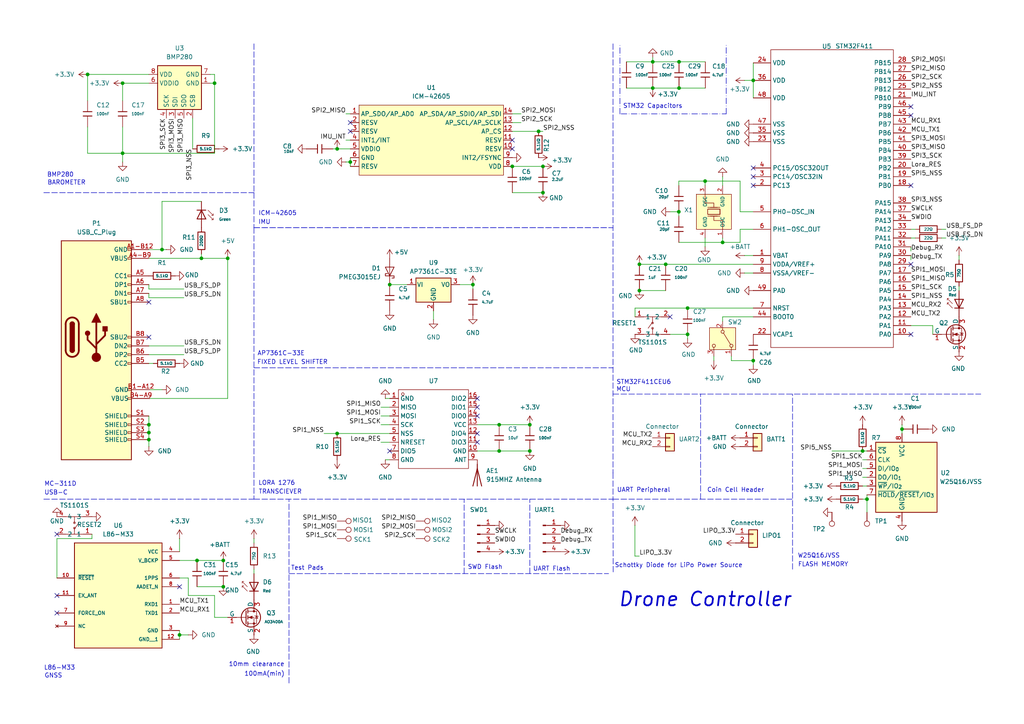
<source format=kicad_sch>
(kicad_sch (version 20250114) (generator "eeschema") (generator_version "9.0")
  (paper "A4")
  (text "TRANSCIEVER\n" (at 81.28 142.748 0) (effects (font (size 1.27 1.27))))
  (text "FLASH MEMORY\n" (at 238.76 163.83 0) (effects (font (size 1.27 1.27))))
  (text "STM32F411CEU6\n" (at 186.7268 110.9482 0) (effects (font (size 1.27 1.27))))
  (text "Drone Controller\n" (at 204.47 173.99 0) (effects (font (size 4 4) (thickness 0.5) (italic yes))))
  (text "ICM-42605" (at 80.518 61.976 0) (effects (font (size 1.27 1.27))))
  (text "UART Peripheral\n" (at 186.69 142.24 0) (effects (font (size 1.27 1.27))))
  (text "Coin Cell Header\n" (at 213.36 142.24 0) (effects (font (size 1.27 1.27))))
  (text "L86-M33\n" (at 17.272 193.802 0) (effects (font (size 1.27 1.27))))
  (text "Schottky Diode for LiPo Power Source\n\n" (at 196.85 165.1 0) (effects (font (size 1.27 1.27))))
  (text "Test Pads\n" (at 89.154 164.846 0) (effects (font (size 1.27 1.27))))
  (text "IMU\n" (at 76.708 64.516 0) (effects (font (size 1.27 1.27))))
  (text "MC-311D\n" (at 17.526 140.462 0) (effects (font (size 1.27 1.27))))
  (text "SWD Flash" (at 140.716 164.592 0) (effects (font (size 1.27 1.27))))
  (text "UART Flash" (at 160.02 165.1 0) (effects (font (size 1.27 1.27))))
  (text "100mA(min)\n\n" (at 76.708 196.596 0) (effects (font (size 1.27 1.27))))
  (text "AP7361C-33E" (at 81.534 102.616 0) (effects (font (size 1.27 1.27))))
  (text "FIXED LEVEL SHIFTER\n" (at 84.836 105.156 0) (effects (font (size 1.27 1.27))))
  (text "BAROMETER\n" (at 19.304 53.086 0) (effects (font (size 1.27 1.27))))
  (text "USB-C\n" (at 16.256 143.002 0) (effects (font (size 1.27 1.27))))
  (text "10mm clearance\n" (at 74.422 192.786 0) (effects (font (size 1.27 1.27))))
  (text "BMP280" (at 17.526 50.8 0) (effects (font (size 1.27 1.27))))
  (text "STM32 Capacitors\n\n" (at 189.327 31.8991 0) (effects (font (size 1.27 1.27))))
  (text "GNSS\n" (at 15.494 196.088 0) (effects (font (size 1.27 1.27))))
  (text "MCU\n" (at 180.848 113.03 0) (effects (font (size 1.27 1.27))))
  (text "W25Q16JVSS" (at 237.49 161.29 0) (effects (font (size 1.27 1.27))))
  (text "LORA 1276\n" (at 80.264 140.208 0) (effects (font (size 1.27 1.27))))
  (junction (at 137.16 82.55))
  (junction (at 196.8868 61.4182))
  (junction (at 185.4568 84.2782))
  (junction (at 204.5068 52.5282))
  (junction (at 43.18 127.508))
  (junction (at 58.42 74.93))
  (junction (at 97.79 125.73))
  (junction (at 25.4 21.59))
  (junction (at 113.03 82.55))
  (junction (at 156.21 38.1))
  (junction (at 64.77 162.56))
  (junction (at 250.19 130.81))
  (junction (at 261.62 124.46))
  (junction (at 144.78 130.81))
  (junction (at 189.327 17.9291))
  (junction (at 193.0768 76.6582))
  (junction (at 66.04 74.93))
  (junction (at 218.4768 104.5982))
  (junction (at 153.67 123.19))
  (junction (at 46.99 72.39))
  (junction (at 189.327 25.5491))
  (junction (at 43.18 125.476))
  (junction (at 43.18 123.19))
  (junction (at 157.48 55.88))
  (junction (at 185.4568 76.6582))
  (junction (at 196.947 17.9291))
  (junction (at 251.46 144.78))
  (junction (at 64.77 170.18))
  (junction (at 157.48 48.26))
  (junction (at 97.79 43.18))
  (junction (at 199.4268 96.9782))
  (junction (at 35.56 44.45))
  (junction (at 153.67 130.81))
  (junction (at 144.78 123.19))
  (junction (at 35.56 24.13))
  (junction (at 218.4768 23.3182))
  (junction (at 196.947 25.5491))
  (junction (at 209.5868 70.3082))
  (junction (at 57.15 162.56))
  (junction (at 148.59 48.26))
  (junction (at 62.23 24.13))
  (junction (at 101.6 46.99))
  (junction (at 52.07 184.15))
  (junction (at 199.4268 89.3582))
  (no_connect (at 138.43 115.57))
  (no_connect (at 138.43 125.73))
  (no_connect (at 218.4768 51.2582))
  (no_connect (at 264.1968 96.9782))
  (no_connect (at 113.03 130.81))
  (no_connect (at 16.51 172.72))
  (no_connect (at 138.43 118.11))
  (no_connect (at 16.51 154.94))
  (no_connect (at 138.43 120.65))
  (no_connect (at 194.3468 91.8982))
  (no_connect (at 101.6 35.56))
  (no_connect (at 138.43 128.27))
  (no_connect (at 264.1968 76.6582))
  (no_connect (at 101.6 38.1))
  (no_connect (at 52.07 170.18))
  (no_connect (at 264.1968 53.7982))
  (no_connect (at 218.4768 53.7982))
  (no_connect (at 148.59 43.18))
  (no_connect (at 264.1968 33.4782))
  (no_connect (at 16.51 177.8))
  (no_connect (at 218.4768 48.7182))
  (no_connect (at 43.18 97.79))
  (no_connect (at 43.18 87.63))
  (no_connect (at 148.59 40.64))
  (no_connect (at 264.1968 30.9382))
  (wire (pts (xy 196.8868 52.5282) (xy 204.5068 52.5282)))
  (wire (pts (xy 52.07 156.21) (xy 52.07 160.02)))
  (wire (pts (xy 218.4768 91.8982) (xy 209.5868 91.8982)))
  (wire (pts (xy 209.5868 91.8982) (xy 209.5868 93.1682)))
  (wire (pts (xy 196.8868 70.3082) (xy 209.5868 70.3082)))
  (wire (pts (xy 46.99 72.39) (xy 43.18 72.39)))
  (wire (pts (xy 46.99 58.42) (xy 46.99 72.39)))
  (wire (pts (xy 58.42 73.66) (xy 58.42 74.93)))
  (wire (pts (xy 144.78 130.81) (xy 153.67 130.81)))
  (wire (pts (xy 209.5868 70.3082) (xy 209.5868 69.0382)))
  (wire (pts (xy 44.45 105.41) (xy 43.18 105.41)))
  (wire (pts (xy 62.23 44.45) (xy 62.23 24.13)))
  (wire (pts (xy 52.07 184.15) (xy 54.61 184.15)))
  (wire (pts (xy 207.0468 104.5982) (xy 207.0468 103.3282)))
  (wire (pts (xy 97.79 125.73) (xy 113.03 125.73)))
  (wire (pts (xy 196.947 25.5491) (xy 204.567 25.5491)))
  (polyline (pts (xy 83.82 198.12) (xy 83.82 144.78)) (stroke (width 0) (type dash)))
  (wire (pts (xy 66.04 74.93) (xy 66.04 115.57)))
  (wire (pts (xy 278.1668 83.0082) (xy 278.1668 84.2782)))
  (polyline (pts (xy 73.66 66.04) (xy 73.66 144.78)) (stroke (width 0) (type dash)))
  (polyline (pts (xy 177.8 12.7) (xy 177.8 137.16)) (stroke (width 0) (type dash)))
  (wire (pts (xy 184.15 152.4) (xy 184.15 161.29)))
  (wire (pts (xy 111.76 133.35) (xy 113.03 133.35)))
  (wire (pts (xy 215.9368 23.3182) (xy 218.4768 23.3182)))
  (polyline (pts (xy 73.66 55.88) (xy 73.66 66.04)) (stroke (width 0) (type dash)))
  (wire (pts (xy 218.4768 61.4182) (xy 214.6668 61.4182)))
  (wire (pts (xy 43.18 83.82) (xy 43.18 82.55)))
  (wire (pts (xy 138.43 130.81) (xy 144.78 130.81)))
  (wire (pts (xy 138.43 123.19) (xy 144.78 123.19)))
  (wire (pts (xy 96.52 43.18) (xy 97.79 43.18)))
  (polyline (pts (xy 12.7 144.78) (xy 73.66 144.78)) (stroke (width 0) (type dash)))
  (polyline (pts (xy 12.7 55.88) (xy 73.66 55.88)) (stroke (width 0) (type dash)))
  (wire (pts (xy 214.6668 66.4982) (xy 218.4768 66.4982)))
  (wire (pts (xy 212.1268 104.5982) (xy 218.4768 104.5982)))
  (polyline (pts (xy 210.6316 33.0298) (xy 210.6316 12.6225)) (stroke (width 0) (type dash_dot)))
  (wire (pts (xy 250.19 144.78) (xy 251.46 144.78)))
  (wire (pts (xy 57.15 170.18) (xy 64.77 170.18)))
  (wire (pts (xy 185.4568 76.6582) (xy 193.0768 76.6582)))
  (polyline (pts (xy 177.8 114.3) (xy 284.48 114.3)) (stroke (width 0) (type dash)))
  (wire (pts (xy 264.1968 94.4382) (xy 270.5468 94.4382)))
  (wire (pts (xy 111.76 115.57) (xy 113.03 115.57)))
  (wire (pts (xy 62.23 21.59) (xy 62.23 24.13)))
  (wire (pts (xy 101.6 46.99) (xy 101.6 48.26)))
  (wire (pts (xy 250.19 140.97) (xy 251.46 140.97)))
  (wire (pts (xy 58.42 74.93) (xy 66.04 74.93)))
  (wire (pts (xy 264.1968 72.8482) (xy 264.1968 71.5782)))
  (wire (pts (xy 62.23 172.72) (xy 62.23 179.07)))
  (wire (pts (xy 35.56 44.45) (xy 62.23 44.45)))
  (wire (pts (xy 110.49 128.27) (xy 113.03 128.27)))
  (wire (pts (xy 181.707 25.5491) (xy 189.327 25.5491)))
  (wire (pts (xy 214.6668 61.4182) (xy 214.6668 52.5282)))
  (wire (pts (xy 100.33 33.02) (xy 101.6 33.02)))
  (wire (pts (xy 194.3468 61.4182) (xy 196.8868 61.4182)))
  (wire (pts (xy 73.66 165.1) (xy 73.66 166.37)))
  (wire (pts (xy 26.67 156.21) (xy 16.51 156.21)))
  (wire (pts (xy 43.18 86.36) (xy 43.18 85.09)))
  (wire (pts (xy 110.49 123.19) (xy 113.03 123.19)))
  (wire (pts (xy 113.03 82.55) (xy 118.11 82.55)))
  (wire (pts (xy 250.19 133.35) (xy 251.46 133.35)))
  (wire (pts (xy 35.56 46.99) (xy 35.56 44.45)))
  (wire (pts (xy 43.18 74.93) (xy 58.42 74.93)))
  (wire (pts (xy 55.88 34.29) (xy 55.88 43.18)))
  (wire (pts (xy 184.1868 89.3582) (xy 199.4268 89.3582)))
  (wire (pts (xy 212.1268 104.5982) (xy 212.1268 103.3282)))
  (wire (pts (xy 43.434 115.57) (xy 66.04 115.57)))
  (polyline (pts (xy 179.8069 33.0611) (xy 179.8069 12.7411)) (stroke (width 0) (type dash_dot)))
  (wire (pts (xy 261.62 123.19) (xy 261.62 124.46)))
  (wire (pts (xy 199.4268 89.3582) (xy 218.4768 89.3582)))
  (wire (pts (xy 73.66 156.21) (xy 73.66 157.48)))
  (polyline (pts (xy 180.1516 33.0298) (xy 210.6316 33.0298)) (stroke (width 0) (type dash_dot)))
  (wire (pts (xy 189.327 17.9291) (xy 196.947 17.9291)))
  (wire (pts (xy 16.51 156.21) (xy 16.51 167.64)))
  (wire (pts (xy 43.18 24.13) (xy 35.56 24.13)))
  (polyline (pts (xy 177.8476 165.8939) (xy 177.8 144.78)) (stroke (width 0) (type dash)))
  (wire (pts (xy 100.33 40.64) (xy 101.6 40.64)))
  (wire (pts (xy 43.18 123.19) (xy 43.18 125.476)))
  (wire (pts (xy 26.67 154.94) (xy 26.67 156.21)))
  (wire (pts (xy 273.0868 69.0382) (xy 274.3568 69.0382)))
  (wire (pts (xy 250.19 138.43) (xy 251.46 138.43)))
  (wire (pts (xy 110.49 118.11) (xy 113.03 118.11)))
  (wire (pts (xy 270.5468 96.9782) (xy 270.5468 94.4382)))
  (wire (pts (xy 185.42 161.29) (xy 184.15 161.29)))
  (wire (pts (xy 185.4568 84.2782) (xy 193.0768 84.2782)))
  (wire (pts (xy 57.15 162.56) (xy 64.77 162.56)))
  (wire (pts (xy 209.5868 51.2582) (xy 209.5868 53.7982)))
  (wire (pts (xy 265.4668 66.4982) (xy 264.1968 66.4982)))
  (wire (pts (xy 101.6 45.72) (xy 101.6 46.99)))
  (wire (pts (xy 148.59 48.26) (xy 157.48 48.26)))
  (wire (pts (xy 93.98 125.73) (xy 97.79 125.73)))
  (wire (pts (xy 214.6668 70.3082) (xy 209.5868 70.3082)))
  (wire (pts (xy 278.1668 74.1182) (xy 278.1668 75.3882)))
  (wire (pts (xy 189.327 25.5491) (xy 196.947 25.5491)))
  (wire (pts (xy 62.23 21.59) (xy 60.96 21.59)))
  (wire (pts (xy 43.18 120.65) (xy 43.18 123.19)))
  (wire (pts (xy 100.33 46.99) (xy 101.6 46.99)))
  (wire (pts (xy 196.8868 52.5282) (xy 196.8868 53.7982)))
  (wire (pts (xy 264.1968 69.0382) (xy 265.4668 69.0382)))
  (wire (pts (xy 137.16 83.82) (xy 137.16 82.55)))
  (wire (pts (xy 25.4 36.83) (xy 25.4 44.45)))
  (wire (pts (xy 52.07 184.15) (xy 52.07 182.88)))
  (wire (pts (xy 54.61 172.72) (xy 62.23 172.72)))
  (wire (pts (xy 193.0768 76.6582) (xy 218.4768 76.6582)))
  (polyline (pts (xy 153.67 166.37) (xy 153.67 144.78)) (stroke (width 0) (type dash)))
  (wire (pts (xy 264.1968 75.3882) (xy 264.1968 74.1182)))
  (polyline (pts (xy 73.66 144.78) (xy 177.8 144.78)) (stroke (width 0) (type dash)))
  (wire (pts (xy 133.35 82.55) (xy 137.16 82.55)))
  (wire (pts (xy 151.13 33.02) (xy 148.59 33.02)))
  (wire (pts (xy 43.18 100.33) (xy 53.34 100.33)))
  (wire (pts (xy 218.4768 18.2382) (xy 218.4768 23.3182)))
  (polyline (pts (xy 73.66 106.68) (xy 177.8 106.68)) (stroke (width 0) (type dash)))
  (wire (pts (xy 52.07 167.64) (xy 54.61 167.64)))
  (wire (pts (xy 53.34 102.87) (xy 43.18 102.87)))
  (polyline (pts (xy 203.2 144.78) (xy 203.2 114.3)) (stroke (width 0) (type dash)))
  (wire (pts (xy 151.13 35.56) (xy 148.59 35.56)))
  (wire (pts (xy 274.3568 66.4982) (xy 273.0868 66.4982)))
  (wire (pts (xy 215.9368 74.1182) (xy 218.4768 74.1182)))
  (wire (pts (xy 214.6668 66.4982) (xy 214.6668 70.3082)))
  (wire (pts (xy 25.4 21.59) (xy 25.4 29.21)))
  (polyline (pts (xy 177.8 137.16) (xy 177.8 144.78)) (stroke (width 0) (type dash)))
  (wire (pts (xy 204.5068 71.5782) (xy 204.5068 69.0382)))
  (wire (pts (xy 52.07 185.42) (xy 52.07 184.15)))
  (wire (pts (xy 194.3468 96.9782) (xy 199.4268 96.9782)))
  (wire (pts (xy 148.59 55.88) (xy 157.48 55.88)))
  (wire (pts (xy 125.73 90.17) (xy 125.73 92.71)))
  (polyline (pts (xy 229.87 165.1) (xy 229.87 114.3)) (stroke (width 0) (type dash)))
  (wire (pts (xy 110.49 120.65) (xy 113.03 120.65)))
  (wire (pts (xy 52.07 162.56) (xy 57.15 162.56)))
  (wire (pts (xy 218.4768 79.1982) (xy 215.9368 79.1982)))
  (wire (pts (xy 97.79 43.18) (xy 101.6 43.18)))
  (wire (pts (xy 250.19 135.89) (xy 251.46 135.89)))
  (wire (pts (xy 261.62 124.46) (xy 261.62 125.73)))
  (wire (pts (xy 148.59 38.1) (xy 156.21 38.1)))
  (wire (pts (xy 43.18 125.476) (xy 43.18 127.508)))
  (wire (pts (xy 62.23 24.13) (xy 60.96 24.13)))
  (wire (pts (xy 43.18 83.82) (xy 53.34 83.82)))
  (polyline (pts (xy 73.66 66.04) (xy 177.8 66.04)) (stroke (width 0) (type dash)))
  (wire (pts (xy 251.46 144.78) (xy 251.46 148.59)))
  (wire (pts (xy 58.42 58.42) (xy 46.99 58.42)))
  (wire (pts (xy 241.3 130.81) (xy 250.19 130.81)))
  (wire (pts (xy 199.4268 96.9782) (xy 199.4268 98.2482)))
  (wire (pts (xy 43.18 86.36) (xy 53.34 86.36)))
  (polyline (pts (xy 177.8 144.78) (xy 229.87 144.78)) (stroke (width 0) (type dash)))
  (polyline (pts (xy 83.82 166.37) (xy 176.53 166.37)) (stroke (width 0) (type dash)))
  (wire (pts (xy 54.61 167.64) (xy 54.61 172.72)))
  (wire (pts (xy 204.5068 52.5282) (xy 214.6668 52.5282)))
  (wire (pts (xy 62.23 179.07) (xy 66.04 179.07)))
  (wire (pts (xy 25.4 44.45) (xy 35.56 44.45)))
  (wire (pts (xy 196.8868 61.4182) (xy 196.8868 62.6882)))
  (wire (pts (xy 156.21 38.1) (xy 157.48 38.1)))
  (wire (pts (xy 43.434 113.03) (xy 46.99 113.03)))
  (wire (pts (xy 184.1868 91.8982) (xy 184.1868 89.3582)))
  (wire (pts (xy 48.26 72.39) (xy 46.99 72.39)))
  (wire (pts (xy 43.18 21.59) (xy 25.4 21.59)))
  (wire (pts (xy 144.78 123.19) (xy 153.67 123.19)))
  (wire (pts (xy 251.46 144.78) (xy 251.46 143.51)))
  (wire (pts (xy 196.947 17.9291) (xy 204.567 17.9291)))
  (wire (pts (xy 43.18 127.508) (xy 43.18 129.54)))
  (wire (pts (xy 204.5068 52.5282) (xy 204.5068 53.7982)))
  (wire (pts (xy 250.19 130.81) (xy 251.46 130.81)))
  (wire (pts (xy 35.56 24.13) (xy 35.56 29.21)))
  (polyline (pts (xy 73.66 66.04) (xy 176.53 66.04)) (stroke (width 0) (type dash)))
  (polyline (pts (xy 73.66 12.7) (xy 73.66 55.88)) (stroke (width 0) (type dash)))
  (polyline (pts (xy 134.62 166.37) (xy 134.62 144.78)) (stroke (width 0) (type dash)))
  (wire (pts (xy 35.56 36.83) (xy 35.56 44.45)))
  (wire (pts (xy 189.327 17.9291) (xy 181.707 17.9291)))
  (wire (pts (xy 218.4768 105.8682) (xy 218.4768 104.5982)))
  (wire (pts (xy 189.327 16.6591) (xy 189.327 17.9291)))
  (wire (pts (xy 218.4768 23.3182) (xy 218.4768 28.3982)))
  (label "SPI1_SCK" (at 264.1968 84.2782 0))
  (label "SPI2_NSS" (at 157.48 38.1 0))
  (label "SWCLK" (at 143.51 154.94 0))
  (label "Debug_TX" (at 264.1968 75.3882 0))
  (label "USB_FS_DP" (at 274.3568 66.4982 0))
  (label "USB_FS_DN" (at 274.3568 69.0382 0))
  (label "MCU_TX1" (at 52.07 175.26 0))
  (label "SPI1_MOSI" (at 97.79 153.67 180))
  (label "SPI1_MISO" (at 264.1968 81.7382 0))
  (label "SWDIO" (at 264.1968 63.9582 0))
  (label "MCU_TX1" (at 264.1968 38.5582 0))
  (label "SPI5_NSS" (at 264.1968 51.2582 0))
  (label "SPI2_NSS" (at 264.1968 25.8582 0))
  (label "SPI2_MOSI" (at 264.1968 18.2382 0))
  (label "MCU_RX2" (at 189.23 129.54 180))
  (label "Debug_RX" (at 264.1968 72.8482 0))
  (label "SPI2_SCK" (at 264.1968 23.3182 0))
  (label "Lora_RES" (at 264.1968 48.7182 0))
  (label "SWDIO" (at 143.51 157.48 0))
  (label "MCU_RX1" (at 52.07 177.8 0))
  (label "MCU_RX2" (at 264.1968 89.3582 0))
  (label "SPI1_SCK" (at 110.49 123.19 180))
  (label "USB_FS_DP" (at 53.34 102.87 0))
  (label "SPI1_MOSI" (at 110.49 120.65 180))
  (label "USB_FS_DP" (at 53.34 83.82 0))
  (label "SPI3_MISO" (at 264.1968 43.6382 0))
  (label "SPI1_MOSI" (at 264.1968 79.1982 0))
  (label "SWCLK" (at 264.1968 61.4182 0))
  (label "SPI1_NSS" (at 93.98 125.73 180))
  (label "SPI3_MOSI" (at 50.8 34.29 270))
  (label "SPI2_MISO" (at 100.33 33.02 180))
  (label "SPI1_NSS" (at 264.1968 86.8182 0))
  (label "SPI5_NSS" (at 241.3 130.81 180))
  (label "SPI3_MOSI" (at 264.1968 41.0982 0))
  (label "LIPO_3.3V" (at 185.42 161.29 0))
  (label "SPI1_MISO" (at 250.19 138.43 180))
  (label "MCU_TX2" (at 264.1968 91.8982 0))
  (label "Debug_TX" (at 162.56 157.48 0))
  (label "SPI1_MISO" (at 110.49 118.11 180))
  (label "SPI2_SCK" (at 151.13 35.56 0))
  (label "USB_FS_DN" (at 53.34 86.36 0))
  (label "IMU_INT" (at 264.1968 28.3982 0))
  (label "IMU_INT" (at 100.33 40.64 180))
  (label "SPI2_MISO" (at 264.1968 20.7782 0))
  (label "Debug_RX" (at 162.56 154.94 0))
  (label "SPI1_MOSI" (at 250.19 135.89 180))
  (label "Lora_RES" (at 110.49 128.27 180))
  (label "SPI3_NSS" (at 264.1968 58.8782 0))
  (label "SPI2_MOSI" (at 151.13 33.02 0))
  (label "SPI3_MISO" (at 53.34 34.29 270))
  (label "SPI2_MOSI" (at 120.65 153.67 180))
  (label "SPI3_SCK" (at 264.1968 46.1782 0))
  (label "LIPO_3.3V" (at 213.36 154.94 180))
  (label "MCU_TX2" (at 189.23 127 180))
  (label "USB_FS_DN" (at 53.34 100.33 0))
  (label "SPI2_MISO" (at 120.65 151.13 180))
  (label "SPI2_SCK" (at 120.65 156.21 180))
  (label "SPI1_SCK" (at 97.79 156.21 180))
  (label "MCU_RX1" (at 264.1968 36.0182 0))
  (label "SPI1_SCK" (at 250.19 133.35 180))
  (label "SPI1_MISO" (at 97.79 151.13 180))
  (label "SPI3_NSS" (at 55.88 43.18 270))
  (label "SPI3_SCK" (at 48.26 34.29 270))
  (symbol (lib_id "PCM_JLCPCB-Resistors:0402,200Ω") (at 58.42 69.85 180) (unit 1)
    (property "Reference" "R11" (at 52.832 68.834 0) (effects (justify right)))
    (property "Value" "200Ω" (at 58.42 69.85 90) (effects (font (size 0.8 0.8))))
    (property "Footprint" "PCM_JLCPCB:R_0402" (effects (hide yes)))
    (property "Datasheet" "https://www.lcsc.com/datasheet/lcsc_datasheet_2205311900_UNI-ROYAL-Uniroyal-Elec-0402WGF2000TCE_C25087.pdf" (effects (hide yes)))
    (property "Description" "62.5mW Thick Film Resistors 50V ±100ppm/°C ±1% 200Ω 0402 Chip Resistor - Surface Mount ROHS" (effects (hide yes)))
    (property "Stock" "981717" (effects (hide yes)))
    (property "Price" "0.004USD" (effects (hide yes)))
    (property "Process" "SMT" (effects (hide yes)))
    (property "Attrition Qty" "10" (effects (hide yes)))
    (property "Class" "Basic Component" (effects (hide yes)))
    (property "Category" "Resistors,Chip Resistor - Surface Mount" (effects (hide yes)))
    (property "Part" "0402WGF2000TCE" (effects (hide yes)))
    (property "Resistance" "200Ω" (effects (hide yes)))
    (property "Power(Watts)" "62.5mW" (effects (hide yes)))
    (property "Type" "Thick Film Resistors" (effects (hide yes)))
    (property "Overload Voltage (Max)" "50V" (effects (hide yes)))
    (property "Operating Temperature Range" "-55°C~+155°C" (effects (hide yes)))
    (property "Tolerance" "±1%" (effects (hide yes)))
    (property "Temperature Coefficient" "±100ppm/°C" (effects (hide yes)))
    (property "LCSC Part Number" "C25087" (effects (hide yes)))
  )
  (symbol (lib_id "PCM_JLCPCB-Crystals:Crystal, 12MHz, 20pF") (at 207.0468 61.4182 90) (unit 1)
    (property "Reference" "X1" (at 198.4108 60.9102 90) (effects (justify right)))
    (property "Value" "Shenzhen SCTF Elec SX2B12.000F1010F30" (effects (hide yes)))
    (property "Footprint" "Crystal:Crystal_SMD_2520-4Pin_2.5x2.0mm" (effects (hide yes)))
    (property "Datasheet" "https://www.lcsc.com/datasheet/lcsc_datasheet_2403291504_YXC-Crystal-Oscillators-X322512MSB4SI_C9002.pdf" (effects (hide yes)))
    (property "Description" "12MHz Surface Mount Crystal 20pF ±10ppm ±20ppm SMD3225-4P Crystals ROHS" (effects (hide yes)))
    (property "Part" "X322512MSB4SI" (effects (hide yes)))
    (property "Frequency" "12MHz" (effects (hide yes)))
    (property "Frequency Stability" "±20ppm" (effects (hide yes)))
    (property "Operating Temperature" "-40°C~+85°C" (effects (hide yes)))
    (property "Frequency Tolerance" "±10ppm" (effects (hide yes)))
    (property "Crystal Type" "SMD Crystal Resonator" (effects (hide yes)))
    (property "Load Capacitance" "10pf" (effects (hide yes)))
    (property "Type" "Surface Mount Crystal" (effects (hide yes)))
    (property "LCSC Part Number" "C7301971" (effects (hide yes)))
  )
  (symbol (lib_id "PCM_JLCPCB-Resistors:0402,5.1kΩ") (at 246.38 144.78 270) (unit 1)
    (property "Reference" "R4" (at 246.38 147.066 90))
    (property "Value" "5.1kΩ" (at 246.38 144.78 90) (effects (font (size 0.8 0.8))))
    (property "Footprint" "PCM_JLCPCB:R_0402" (effects (hide yes)))
    (property "Datasheet" "https://www.lcsc.com/datasheet/lcsc_datasheet_2206010045_UNI-ROYAL-Uniroyal-Elec-0402WGF5101TCE_C25905.pdf" (effects (hide yes)))
    (property "Description" "62.5mW Thick Film Resistors 50V ±100ppm/°C ±1% 5.1kΩ 0402 Chip Resistor - Surface Mount ROHS" (effects (hide yes)))
    (property "Stock" "2545110" (effects (hide yes)))
    (property "Price" "0.004USD" (effects (hide yes)))
    (property "Process" "SMT" (effects (hide yes)))
    (property "Attrition Qty" "10" (effects (hide yes)))
    (property "Class" "Basic Component" (effects (hide yes)))
    (property "Category" "Resistors,Chip Resistor - Surface Mount" (effects (hide yes)))
    (property "Part" "0402WGF5101TCE" (effects (hide yes)))
    (property "Resistance" "5.1kΩ" (effects (hide yes)))
    (property "Power(Watts)" "62.5mW" (effects (hide yes)))
    (property "Type" "Thick Film Resistors" (effects (hide yes)))
    (property "Overload Voltage (Max)" "50V" (effects (hide yes)))
    (property "Operating Temperature Range" "-55°C~+155°C" (effects (hide yes)))
    (property "Tolerance" "±1%" (effects (hide yes)))
    (property "Temperature Coefficient" "±100ppm/°C" (effects (hide yes)))
    (property "LCSC Part Number" "C25905" (effects (hide yes)))
  )
  (symbol (lib_id "power:GND") (at 218.4768 105.8682 0) (unit 1)
    (property "Reference" "#PWR061" (effects (hide yes)))
    (property "Value" "GND" (at 218.7308 110.4402 0))
    (property "Description" "Power symbol creates a global label with name \"GND\" , ground" (effects (hide yes)))
  )
  (symbol (lib_id "power:+3.3V") (at 52.07 156.21 0) (unit 1)
    (property "Reference" "#PWR035" (effects (hide yes)))
    (property "Value" "+3.3V" (at 52.07 151.13 0))
    (property "Description" "Power symbol creates a global label with name \"+3.3V\"" (effects (hide yes)))
  )
  (symbol (lib_id "easyeda2kicad:TS1101S-4.5X4.5X5.5FSS") (at 189.2668 94.4382 0) (unit 1)
    (property "Reference" "RESET1" (at 181.1388 93.6762 0))
    (property "Value" "TS1101S" (at 189.2668 99.2642 0))
    (property "Footprint" "easyeda2kicad:SW-SMD_4P-L4.5-W4.5-P3.15-LS7.5-TL" (effects (hide yes)))
    (property "LCSC Part Number" "C49274267" (effects (hide yes)))
  )
  (symbol (lib_id "power:+3.3V") (at 157.48 48.26 270) (unit 1)
    (property "Reference" "#PWR070" (effects (hide yes)))
    (property "Value" "+3.3V" (effects (hide yes)))
    (property "Description" "Power symbol creates a global label with name \"+3.3V\"" (effects (hide yes)))
  )
  (symbol (lib_name "0402,100nF_1") (lib_id "PCM_JLCPCB-Capacitors:0402,100nF") (at 57.15 166.37 0) (unit 1)
    (property "Reference" "C31" (at 58.928 163.83 0) (effects (justify left)))
    (property "Value" "100nF" (at 58.928 166.37 0) (effects (font (size 0.8 0.8)) (justify left)))
    (property "Footprint" "PCM_JLCPCB:C_0402" (effects (hide yes)))
    (property "Datasheet" "https://www.lcsc.com/datasheet/lcsc_datasheet_2304140030_Samsung-Electro-Mechanics-CL05B104KO5NNNC_C1525.pdf" (effects (hide yes)))
    (property "Description" "16V 100nF X7R ±10% 0402 Multilayer Ceramic Capacitors MLCC - SMD/SMT ROHS" (effects (hide yes)))
    (property "Stock" "21618579" (effects (hide yes)))
    (property "Price" "0.004USD" (effects (hide yes)))
    (property "Process" "SMT" (effects (hide yes)))
    (property "Attrition Qty" "10" (effects (hide yes)))
    (property "Class" "Basic Component" (effects (hide yes)))
    (property "Category" "Capacitors,Multilayer Ceramic Capacitors MLCC - SMD/SMT" (effects (hide yes)))
    (property "Part" "CL05B104KO5NNNC" (effects (hide yes)))
    (property "Voltage Rated" "16V" (effects (hide yes)))
    (property "Tolerance" "±10%" (effects (hide yes)))
    (property "Capacitance" "100nF" (effects (hide yes)))
    (property "Temperature Coefficient" "X7R" (effects (hide yes)))
    (property "LCSC Part Number" "C1525" (effects (hide yes)))
  )
  (symbol (lib_id "power:GND") (at 194.3468 61.4182 270) (unit 1)
    (property "Reference" "#PWR06" (effects (hide yes)))
    (property "Value" "GND" (at 190.5368 61.4181 90) (effects (justify right)))
    (property "Description" "Power symbol creates a global label with name \"GND\" , ground" (effects (hide yes)))
  )
  (symbol (lib_id "Connector:USB_C_Plug_12pin") (at 27.94 97.79 0) (unit 1)
    (property "Reference" "P1" (at 28.0035 64.77 0))
    (property "Value" "USB_C_Plug" (at 28.0035 67.31 0))
    (property "Footprint" "USB-C:USB-C" (effects (hide yes)))
    (property "Description" "USB Type-C Plug connector" (effects (hide yes)))
    (property "LCSC Part Number" "C136423" (effects (hide yes)))
  )
  (symbol (lib_id "power:+BATT") (at 64.77 162.56 0) (unit 1)
    (property "Reference" "#PWR040" (effects (hide yes)))
    (property "Value" "+BATT" (at 63.754 157.988 0))
    (property "Description" "Power symbol creates a global label with name \"+BATT\"" (effects (hide yes)))
  )
  (symbol (lib_id "PCM_JLCPCB-Capacitors:0402,100nF") (at 148.59 52.07 180) (unit 1)
    (property "Reference" "C6" (at 152.654 49.784 0))
    (property "Value" "100nF" (at 152.4 51.816 0) (effects (font (size 0.8 0.8))))
    (property "Footprint" "PCM_JLCPCB:C_0402" (effects (hide yes)))
    (property "Datasheet" "https://www.lcsc.com/datasheet/lcsc_datasheet_2304140030_Samsung-Electro-Mechanics-CL05B104KO5NNNC_C1525.pdf" (effects (hide yes)))
    (property "Description" "16V 100nF X7R ±10% 0402 Multilayer Ceramic Capacitors MLCC - SMD/SMT ROHS" (effects (hide yes)))
    (property "Stock" "24076106" (effects (hide yes)))
    (property "Price" "0.004USD" (effects (hide yes)))
    (property "Process" "SMT" (effects (hide yes)))
    (property "Attrition Qty" "10" (effects (hide yes)))
    (property "Class" "Basic Component" (effects (hide yes)))
    (property "Category" "Capacitors,Multilayer Ceramic Capacitors MLCC - SMD/SMT" (effects (hide yes)))
    (property "Part" "CL05B104KO5NNNC" (effects (hide yes)))
    (property "Voltage Rated" "16V" (effects (hide yes)))
    (property "Tolerance" "±10%" (effects (hide yes)))
    (property "Capacitance" "100nF" (effects (hide yes)))
    (property "Temperature Coefficient" "X7R" (effects (hide yes)))
    (property "LCSC Part Number" "C1525" (effects (hide yes)))
  )
  (symbol (lib_id "Regulator_Linear:AP7361C-33E") (at 125.73 82.55 0) (unit 1)
    (property "Reference" "U9" (at 125.73 76.2 0))
    (property "Value" "AP7361C-33E" (at 125.73 78.74 0))
    (property "Footprint" "Package_TO_SOT_SMD:SOT-223-3_TabPin2" (effects (hide yes)))
    (property "Datasheet" "https://www.diodes.com/assets/Datasheets/AP7361C.pdf" (effects (hide yes)))
    (property "Description" "1A Low Dropout regulator, positive, 3.3V fixed output, SOT-223" (effects (hide yes)))
    (property "LCSC Part Number" "C500795" (effects (hide yes)))
  )
  (symbol (lib_id "power:GND") (at 111.76 133.35 0) (unit 1)
    (property "Reference" "#PWR055" (effects (hide yes)))
    (property "Value" "GND" (at 111.76 138.43 0))
    (property "Description" "Power symbol creates a global label with name \"GND\" , ground" (effects (hide yes)))
  )
  (symbol (lib_id "power:GND") (at 162.56 152.4 90) (unit 1)
    (property "Reference" "#PWR073" (effects (hide yes)))
    (property "Value" "GND" (effects (hide yes)))
    (property "Description" "Power symbol creates a global label with name \"GND\" , ground" (effects (hide yes)))
  )
  (symbol (lib_id "lora1276:LORA1276-C1-915MHZ") (at 125.73 124.46 0) (unit 1)
    (property "Reference" "U7" (at 125.73 110.49 0))
    (property "Value" "915MHz" (effects (hide yes)))
    (property "Footprint" "Lora1276:COMM-SMD_LORA1276-C1-915MHZ" (effects (hide yes)))
    (property "Datasheet" "https://atta.szlcsc.com/upload/public/pdf/source/20220425/530C73F5612432B98CDC262676D34B0B.pdf" (effects (hide yes)))
    (property "Description" "Frequency:915MHz Output Power:20dBm Output Power:20dBm Interface Type:SPI Modulation System:LoRa；GFSK；FSK Voltage - Supply:3.3V Voltage - Supply:3.3V Receive  Current:10.8mA Send  Current:120mA Sensitivity:-139dBm Sensitivity:-139dBm Operating Temperature" (effects (hide yes)))
    (property "LCSC Part Number" "C3001531" (effects (hide yes)))
  )
  (symbol (lib_id "power:GND") (at 26.67 149.86 90) (unit 1)
    (property "Reference" "#PWR074" (effects (hide yes)))
    (property "Value" "GND" (effects (hide yes)))
    (property "Description" "Power symbol creates a global label with name \"GND\" , ground" (effects (hide yes)))
  )
  (symbol (lib_id "STM32:STM32F411CEU6") (at 241.3368 58.8782 0) (unit 1)
    (property "Reference" "U5" (at 239.776 13.462 0))
    (property "Value" "STM32F411" (at 247.7797 13.3806 0))
    (property "Footprint" "Package_DFN_QFN:QFN-48-1EP_7x7mm_P0.5mm_EP5.6x5.6mm" (effects (hide yes)))
    (property "Datasheet" "https://atta.szlcsc.com/upload/public/pdf/source/20151026/1457707507170.pdf" (effects (hide yes)))
    (property "Description" "CPU Core:ARM-M4 CPU Maximum Speed:100MHz Program Storage Size:512KB Program Memory Type:FLASH Number of I/O:36 ADC (Bit):12bit Low Voltage Detection Threshold:1.7V~3.6V Low Voltage Detection Threshold:1.7V~3.6V Application Area:-" (effects (hide yes)))
    (property "LCSC Part Number" "C60420" (effects (hide yes)))
  )
  (symbol (lib_id "power:GND") (at 64.77 170.18 0) (unit 1)
    (property "Reference" "#PWR046" (effects (hide yes)))
    (property "Value" "GND" (at 67.31 171.196 0))
    (property "Description" "Power symbol creates a global label with name \"GND\" , ground" (effects (hide yes)))
  )
  (symbol (lib_name "Conn_01x02_MountingPin_1") (lib_id "Connector_Generic_MountingPin:Conn_01x02_MountingPin") (at 194.31 127 0) (unit 1)
    (property "Reference" "UART2" (at 196.85 127.3555 0) (effects (justify left)))
    (property "Value" "Connector" (at 187.198 123.698 0) (effects (justify left)))
    (property "Footprint" "easyeda2kicad:CONN-TH_B2B-XH-A-LF-SN" (effects (hide yes)))
    (property "Description" "Generic connectable mounting pin connector, single row, 01x02, script generated (kicad-library-utils/schlib/autogen/connector/)" (effects (hide yes)))
    (property "LCSC Part Number" "C158012" (effects (hide yes)))
  )
  (symbol (lib_id "power:GND") (at 218.4768 84.2782 270) (unit 1)
    (property "Reference" "#PWR024" (effects (hide yes)))
    (property "Value" "GND" (at 214.6668 84.2781 90) (effects (justify right)))
    (property "Description" "Power symbol creates a global label with name \"GND\" , ground" (effects (hide yes)))
  )
  (symbol (lib_id "power:+3.3V") (at 242.57 144.78 90) (unit 1)
    (property "Reference" "#PWR052" (effects (hide yes)))
    (property "Value" "+3.3V" (at 238.76 144.7799 90) (effects (justify left)))
    (property "Description" "Power symbol creates a global label with name \"+3.3V\"" (effects (hide yes)))
  )
  (symbol (lib_name "0402,4.7uF_2") (lib_id "PCM_JLCPCB-Capacitors:0402,4.7uF") (at 137.16 87.63 0) (unit 1)
    (property "Reference" "C4" (at 139.7 85.0899 0) (effects (justify left)))
    (property "Value" "4.7uF" (at 139.7 87.63 0) (effects (font (size 0.8 0.8)) (justify left)))
    (property "Footprint" "PCM_JLCPCB:C_0402" (effects (hide yes)))
    (property "Datasheet" "https://www.lcsc.com/datasheet/lcsc_datasheet_2304140030_Samsung-Electro-Mechanics-CL05A475MP5NRNC_C23733.pdf" (effects (hide yes)))
    (property "Description" "10V 4.7uF X5R ±20% 0402 Multilayer Ceramic Capacitors MLCC - SMD/SMT ROHS" (effects (hide yes)))
    (property "Stock" "1297662" (effects (hide yes)))
    (property "Price" "0.008USD" (effects (hide yes)))
    (property "Process" "SMT" (effects (hide yes)))
    (property "Attrition Qty" "10" (effects (hide yes)))
    (property "Class" "Basic Component" (effects (hide yes)))
    (property "Category" "Capacitors,Multilayer Ceramic Capacitors MLCC - SMD/SMT" (effects (hide yes)))
    (property "Part" "CL05A475MP5NRNC" (effects (hide yes)))
    (property "Voltage Rated" "10V" (effects (hide yes)))
    (property "Tolerance" "±20%" (effects (hide yes)))
    (property "Capacitance" "4.7uF" (effects (hide yes)))
    (property "Temperature Coefficient" "X5R" (effects (hide yes)))
    (property "LCSC Part Number" "C23733" (effects (hide yes)))
  )
  (symbol (lib_id "power:+3.3V") (at 242.57 140.97 90) (unit 1)
    (property "Reference" "#PWR037" (effects (hide yes)))
    (property "Value" "+3.3V" (at 238.76 140.9699 90) (effects (justify left)))
    (property "Description" "Power symbol creates a global label with name \"+3.3V\"" (effects (hide yes)))
  )
  (symbol (lib_id "easyeda2kicad:TS1101S-4.5X4.5X5.5FSS") (at 21.59 152.4 180) (unit 1)
    (property "Reference" "RESET2" (at 25.908 152.146 0))
    (property "Value" "TS1101S" (at 21.59 146.558 0))
    (property "Footprint" "easyeda2kicad:SW-SMD_4P-L4.5-W4.5-P3.15-LS7.5-TL" (effects (hide yes)))
    (property "LCSC Part Number" "C49274267" (effects (hide yes)))
  )
  (symbol (lib_id "PCM_JLCPCB-Resistors:0402,22Ω") (at 269.2768 66.4982 90) (unit 1)
    (property "Reference" "R14" (effects (hide yes)))
    (property "Value" "22Ω" (at 269.2768 66.4982 90) (effects (font (size 0.8 0.8))))
    (property "Footprint" "PCM_JLCPCB:R_0402" (effects (hide yes)))
    (property "Datasheet" "https://www.lcsc.com/datasheet/lcsc_datasheet_2205311900_UNI-ROYAL-Uniroyal-Elec-0402WGF220JTCE_C25092.pdf" (effects (hide yes)))
    (property "Description" "62.5mW Thick Film Resistors 50V ±1% ±100ppm/°C 22Ω 0402 Chip Resistor - Surface Mount ROHS" (effects (hide yes)))
    (property "Stock" "3325167" (effects (hide yes)))
    (property "Price" "0.004USD" (effects (hide yes)))
    (property "Process" "SMT" (effects (hide yes)))
    (property "Attrition Qty" "10" (effects (hide yes)))
    (property "Class" "Basic Component" (effects (hide yes)))
    (property "Category" "Resistors,Chip Resistor - Surface Mount" (effects (hide yes)))
    (property "Part" "0402WGF220JTCE" (effects (hide yes)))
    (property "Resistance" "22Ω" (effects (hide yes)))
    (property "Power(Watts)" "62.5mW" (effects (hide yes)))
    (property "Type" "Thick Film Resistors" (effects (hide yes)))
    (property "Overload Voltage (Max)" "50V" (effects (hide yes)))
    (property "Operating Temperature Range" "-55°C~+155°C" (effects (hide yes)))
    (property "Tolerance" "±1%" (effects (hide yes)))
    (property "Temperature Coefficient" "±100ppm/°C" (effects (hide yes)))
    (property "LCSC Part Number" "C25092" (effects (hide yes)))
  )
  (symbol (lib_id "power:+3.3V") (at 162.56 160.02 270) (unit 1)
    (property "Reference" "#PWR02" (effects (hide yes)))
    (property "Value" "+3.3V" (at 165.354 160.02 90) (effects (justify left)))
    (property "Description" "Power symbol creates a global label with name \"+3.3V\"" (effects (hide yes)))
  )
  (symbol (lib_id "power:GND") (at 189.327 16.6591 180) (unit 1)
    (property "Reference" "#PWR019" (effects (hide yes)))
    (property "Value" "GND" (at 193.391 15.3891 0))
    (property "Description" "Power symbol creates a global label with name \"GND\" , ground" (effects (hide yes)))
  )
  (symbol (lib_id "Connector:TestPoint") (at 97.79 156.21 270) (unit 1)
    (property "Reference" "SCK1" (at 105.156 156.464 90))
    (property "Value" "TestPoint" (effects (hide yes)))
    (property "Footprint" "TestPoint:TestPoint_Keystone_5019_Miniature" (effects (hide yes)))
    (property "Description" "test point" (effects (hide yes)))
    (property "LCSC Part Number" "C238131" (effects (hide yes)))
  )
  (symbol (lib_id "power:VDD") (at 185.4568 76.6582 0) (unit 1)
    (property "Reference" "#PWR08" (effects (hide yes)))
    (property "Value" "+3.3V" (at 187.4888 74.6262 0) (effects (justify left)))
    (property "Description" "Power symbol creates a global label with name \"VDD\"" (effects (hide yes)))
  )
  (symbol (lib_id "power:GND") (at 46.99 113.03 90) (unit 1)
    (property "Reference" "#PWR016" (effects (hide yes)))
    (property "Value" "GND" (at 50.8 113.0299 90) (effects (justify right)))
    (property "Description" "Power symbol creates a global label with name \"GND\" , ground" (effects (hide yes)))
  )
  (symbol (lib_id "power:+BATT") (at 214.63 127 90) (unit 1)
    (property "Reference" "#PWR021" (effects (hide yes)))
    (property "Value" "+BATT" (at 210.82 126.9999 90) (effects (justify left)))
    (property "Description" "Power symbol creates a global label with name \"+BATT\"" (effects (hide yes)))
  )
  (symbol (lib_id "PCM_JLCPCB-Capacitors:0402,4.7uF") (at 204.567 21.7391 180) (unit 1)
    (property "Reference" "C18" (at 206.5215 19.2265 0) (effects (justify right)))
    (property "Value" "4.7uF" (at 206.5215 21.7666 0) (effects (font (size 0.8 0.8)) (justify right)))
    (property "Footprint" "PCM_JLCPCB:C_0402" (effects (hide yes)))
    (property "Datasheet" "https://www.lcsc.com/datasheet/lcsc_datasheet_2304140030_Samsung-Electro-Mechanics-CL05A475MP5NRNC_C23733.pdf" (effects (hide yes)))
    (property "Description" "10V 4.7uF X5R ±20% 0402 Multilayer Ceramic Capacitors MLCC - SMD/SMT ROHS" (effects (hide yes)))
    (property "Stock" "1705932" (effects (hide yes)))
    (property "Price" "0.008USD" (effects (hide yes)))
    (property "Process" "SMT" (effects (hide yes)))
    (property "Attrition Qty" "10" (effects (hide yes)))
    (property "Class" "Basic Component" (effects (hide yes)))
    (property "Category" "Capacitors,Multilayer Ceramic Capacitors MLCC - SMD/SMT" (effects (hide yes)))
    (property "Part" "CL05A475MP5NRNC" (effects (hide yes)))
    (property "Voltage Rated" "10V" (effects (hide yes)))
    (property "Tolerance" "±20%" (effects (hide yes)))
    (property "Capacitance" "4.7uF" (effects (hide yes)))
    (property "Temperature Coefficient" "X5R" (effects (hide yes)))
    (property "LCSC Part Number" "C23733" (effects (hide yes)))
  )
  (symbol (lib_id "power:+BATT") (at 213.36 157.48 90) (unit 1)
    (property "Reference" "#PWR049" (effects (hide yes)))
    (property "Value" "GND" (at 209.55 157.4799 90) (effects (justify left)))
    (property "Description" "Power symbol creates a global label with name \"+BATT\"" (effects (hide yes)))
  )
  (symbol (lib_id "power:+3.3V") (at 143.51 160.02 270) (unit 1)
    (property "Reference" "#PWR01" (effects (hide yes)))
    (property "Value" "+3.3V" (at 146.304 160.02 90) (effects (justify left)))
    (property "Description" "Power symbol creates a global label with name \"+3.3V\"" (effects (hide yes)))
  )
  (symbol (lib_id "power:GND") (at 52.07 105.41 90) (unit 1)
    (property "Reference" "#PWR014" (effects (hide yes)))
    (property "Value" "GND" (at 55.118 105.41 90) (effects (justify right)))
    (property "Description" "Power symbol creates a global label with name \"GND\" , ground" (effects (hide yes)))
  )
  (symbol (lib_id "easyeda2kicad:ICM-42605") (at 125.73 39.37 0) (unit 1)
    (property "Reference" "U1" (at 125.095 25.4 0))
    (property "Value" "ICM-42605" (at 125.095 27.94 0))
    (property "Footprint" "easyeda2kicad:LGA-14_L3.0-W2.5-P0.50-TL" (effects (hide yes)))
    (property "LCSC Part Number" "C2655099" (effects (hide yes)))
  )
  (symbol (lib_id "power:GND") (at 88.9 43.18 270) (unit 1)
    (property "Reference" "#PWR064" (effects (hide yes)))
    (property "Value" "GND" (effects (hide yes)))
    (property "Description" "Power symbol creates a global label with name \"GND\" , ground" (effects (hide yes)))
  )
  (symbol (lib_id "PCM_JLCPCB-Resistors:0402,5.1kΩ") (at 246.38 140.97 270) (unit 1)
    (property "Reference" "R3" (at 246.126 138.684 90))
    (property "Value" "5.1kΩ" (at 246.38 140.97 90) (effects (font (size 0.8 0.8))))
    (property "Footprint" "PCM_JLCPCB:R_0402" (effects (hide yes)))
    (property "Datasheet" "https://www.lcsc.com/datasheet/lcsc_datasheet_2206010045_UNI-ROYAL-Uniroyal-Elec-0402WGF5101TCE_C25905.pdf" (effects (hide yes)))
    (property "Description" "62.5mW Thick Film Resistors 50V ±100ppm/°C ±1% 5.1kΩ 0402 Chip Resistor - Surface Mount ROHS" (effects (hide yes)))
    (property "Stock" "2545110" (effects (hide yes)))
    (property "Price" "0.004USD" (effects (hide yes)))
    (property "Process" "SMT" (effects (hide yes)))
    (property "Attrition Qty" "10" (effects (hide yes)))
    (property "Class" "Basic Component" (effects (hide yes)))
    (property "Category" "Resistors,Chip Resistor - Surface Mount" (effects (hide yes)))
    (property "Part" "0402WGF5101TCE" (effects (hide yes)))
    (property "Resistance" "5.1kΩ" (effects (hide yes)))
    (property "Power(Watts)" "62.5mW" (effects (hide yes)))
    (property "Type" "Thick Film Resistors" (effects (hide yes)))
    (property "Overload Voltage (Max)" "50V" (effects (hide yes)))
    (property "Operating Temperature Range" "-55°C~+155°C" (effects (hide yes)))
    (property "Tolerance" "±1%" (effects (hide yes)))
    (property "Temperature Coefficient" "±100ppm/°C" (effects (hide yes)))
    (property "LCSC Part Number" "C25905" (effects (hide yes)))
  )
  (symbol (lib_id "power:GND") (at 209.5868 51.2582 180) (unit 1)
    (property "Reference" "#PWR030" (effects (hide yes)))
    (property "Value" "GND" (at 209.5868 46.1782 0))
    (property "Description" "Power symbol creates a global label with name \"GND\" , ground" (effects (hide yes)))
  )
  (symbol (lib_id "power:GND") (at 48.26 72.39 90) (unit 1)
    (property "Reference" "#PWR015" (effects (hide yes)))
    (property "Value" "GND" (at 52.07 72.3899 90) (effects (justify right)))
    (property "Description" "Power symbol creates a global label with name \"GND\" , ground" (effects (hide yes)))
  )
  (symbol (lib_id "PCM_JLCPCB-Resistors:0402,5.1kΩ") (at 46.99 80.01 270) (unit 1)
    (property "Reference" "R1" (at 46.99 76.2 90))
    (property "Value" "5.1kΩ" (at 46.99 80.01 90) (effects (font (size 0.8 0.8))))
    (property "Footprint" "PCM_JLCPCB:R_0402" (effects (hide yes)))
    (property "Datasheet" "https://www.lcsc.com/datasheet/lcsc_datasheet_2206010045_UNI-ROYAL-Uniroyal-Elec-0402WGF5101TCE_C25905.pdf" (effects (hide yes)))
    (property "Description" "62.5mW Thick Film Resistors 50V ±100ppm/°C ±1% 5.1kΩ 0402 Chip Resistor - Surface Mount ROHS" (effects (hide yes)))
    (property "Stock" "2545110" (effects (hide yes)))
    (property "Price" "0.004USD" (effects (hide yes)))
    (property "Process" "SMT" (effects (hide yes)))
    (property "Attrition Qty" "10" (effects (hide yes)))
    (property "Class" "Basic Component" (effects (hide yes)))
    (property "Category" "Resistors,Chip Resistor - Surface Mount" (effects (hide yes)))
    (property "Part" "0402WGF5101TCE" (effects (hide yes)))
    (property "Resistance" "5.1kΩ" (effects (hide yes)))
    (property "Power(Watts)" "62.5mW" (effects (hide yes)))
    (property "Type" "Thick Film Resistors" (effects (hide yes)))
    (property "Overload Voltage (Max)" "50V" (effects (hide yes)))
    (property "Operating Temperature Range" "-55°C~+155°C" (effects (hide yes)))
    (property "Tolerance" "±1%" (effects (hide yes)))
    (property "Temperature Coefficient" "±100ppm/°C" (effects (hide yes)))
    (property "LCSC Part Number" "C25905" (effects (hide yes)))
  )
  (symbol (lib_id "power:+3.3V") (at 215.9368 74.1182 90) (unit 1)
    (property "Reference" "#PWR011" (effects (hide yes)))
    (property "Value" "+BATT" (at 214.6668 71.5782 90))
    (property "Description" "Power symbol creates a global label with name \"+3.3V\"" (effects (hide yes)))
  )
  (symbol (lib_name "0402,5.1kΩ_2") (lib_id "PCM_JLCPCB-Resistors:0402,5.1kΩ") (at 59.69 43.18 90) (unit 1)
    (property "Reference" "R9" (at 59.69 39.37 90))
    (property "Value" "5.1kΩ" (at 59.69 43.18 90) (effects (font (size 0.8 0.8))))
    (property "Footprint" "PCM_JLCPCB:R_0402" (effects (hide yes)))
    (property "Datasheet" "https://www.lcsc.com/datasheet/lcsc_datasheet_2206010045_UNI-ROYAL-Uniroyal-Elec-0402WGF5101TCE_C25905.pdf" (effects (hide yes)))
    (property "Description" "62.5mW Thick Film Resistors 50V ±100ppm/°C ±1% 5.1kΩ 0402 Chip Resistor - Surface Mount ROHS" (effects (hide yes)))
    (property "Stock" "2504561" (effects (hide yes)))
    (property "Price" "0.004USD" (effects (hide yes)))
    (property "Process" "SMT" (effects (hide yes)))
    (property "Attrition Qty" "10" (effects (hide yes)))
    (property "Class" "Basic Component" (effects (hide yes)))
    (property "Category" "Resistors,Chip Resistor - Surface Mount" (effects (hide yes)))
    (property "Part" "0402WGF5101TCE" (effects (hide yes)))
    (property "Resistance" "5.1kΩ" (effects (hide yes)))
    (property "Power(Watts)" "62.5mW" (effects (hide yes)))
    (property "Type" "Thick Film Resistors" (effects (hide yes)))
    (property "Overload Voltage (Max)" "50V" (effects (hide yes)))
    (property "Operating Temperature Range" "-55°C~+155°C" (effects (hide yes)))
    (property "Tolerance" "±1%" (effects (hide yes)))
    (property "Temperature Coefficient" "±100ppm/°C" (effects (hide yes)))
    (property "LCSC Part Number" "C25905" (effects (hide yes)))
  )
  (symbol (lib_id "power:GND") (at 143.51 152.4 90) (unit 1)
    (property "Reference" "#PWR057" (effects (hide yes)))
    (property "Value" "GND" (effects (hide yes)))
    (property "Description" "Power symbol creates a global label with name \"GND\" , ground" (effects (hide yes)))
  )
  (symbol (lib_id "PCM_JLCPCB-Capacitors:0402,20pF") (at 196.8868 57.6082 0) (mirror y) (unit 1)
    (property "Reference" "C10" (at 193.8388 55.3222 0) (effects (justify left)))
    (property "Value" "20pF" (at 194.0928 57.1002 0) (effects (font (size 0.8 0.8)) (justify left)))
    (property "Footprint" "PCM_JLCPCB:C_0402" (effects (hide yes)))
    (property "Datasheet" "https://www.lcsc.com/datasheet/lcsc_datasheet_2304140030_FH--Guangdong-Fenghua-Advanced-Tech-0402CG200J500NT_C1554.pdf" (effects (hide yes)))
    (property "Description" "50V 20pF C0G ±5% 0402 Multilayer Ceramic Capacitors MLCC - SMD/SMT ROHS" (effects (hide yes)))
    (property "Stock" "612088" (effects (hide yes)))
    (property "Price" "0.004USD" (effects (hide yes)))
    (property "Process" "SMT" (effects (hide yes)))
    (property "Attrition Qty" "10" (effects (hide yes)))
    (property "Class" "Basic Component" (effects (hide yes)))
    (property "Category" "Capacitors,Multilayer Ceramic Capacitors MLCC - SMD/SMT" (effects (hide yes)))
    (property "Part" "0402CG200J500NT" (effects (hide yes)))
    (property "Voltage Rated" "50V" (effects (hide yes)))
    (property "Tolerance" "±5%" (effects (hide yes)))
    (property "Capacitance" "20pF" (effects (hide yes)))
    (property "Temperature Coefficient" "C0G" (effects (hide yes)))
    (property "LCSC Part Number" "C1554" (effects (hide yes)))
  )
  (symbol (lib_id "power:+3.3V") (at 35.56 24.13 90) (unit 1)
    (property "Reference" "#PWR013" (effects (hide yes)))
    (property "Value" "+3.3V" (at 31.75 24.1299 90) (effects (justify left)))
    (property "Description" "Power symbol creates a global label with name \"+3.3V\"" (effects (hide yes)))
  )
  (symbol (lib_name "0402,5.1kΩ_2") (lib_id "PCM_JLCPCB-Resistors:0402,5.1kΩ") (at 97.79 129.54 180) (unit 1)
    (property "Reference" "R10" (at 93.472 129.54 0))
    (property "Value" "5.1kΩ" (at 97.79 129.54 90) (effects (font (size 0.8 0.8))))
    (property "Footprint" "PCM_JLCPCB:R_0402" (effects (hide yes)))
    (property "Datasheet" "https://www.lcsc.com/datasheet/lcsc_datasheet_2206010045_UNI-ROYAL-Uniroyal-Elec-0402WGF5101TCE_C25905.pdf" (effects (hide yes)))
    (property "Description" "62.5mW Thick Film Resistors 50V ±100ppm/°C ±1% 5.1kΩ 0402 Chip Resistor - Surface Mount ROHS" (effects (hide yes)))
    (property "Stock" "2504561" (effects (hide yes)))
    (property "Price" "0.004USD" (effects (hide yes)))
    (property "Process" "SMT" (effects (hide yes)))
    (property "Attrition Qty" "10" (effects (hide yes)))
    (property "Class" "Basic Component" (effects (hide yes)))
    (property "Category" "Resistors,Chip Resistor - Surface Mount" (effects (hide yes)))
    (property "Part" "0402WGF5101TCE" (effects (hide yes)))
    (property "Resistance" "5.1kΩ" (effects (hide yes)))
    (property "Power(Watts)" "62.5mW" (effects (hide yes)))
    (property "Type" "Thick Film Resistors" (effects (hide yes)))
    (property "Overload Voltage (Max)" "50V" (effects (hide yes)))
    (property "Operating Temperature Range" "-55°C~+155°C" (effects (hide yes)))
    (property "Tolerance" "±1%" (effects (hide yes)))
    (property "Temperature Coefficient" "±100ppm/°C" (effects (hide yes)))
    (property "LCSC Part Number" "C25905" (effects (hide yes)))
  )
  (symbol (lib_id "Sensor_Pressure:BMP280") (at 53.34 24.13 90) (unit 1)
    (property "Reference" "U3" (at 52.07 13.97 90))
    (property "Value" "BMP280" (at 52.07 16.51 90))
    (property "Footprint" "Package_LGA:Bosch_LGA-8_2x2.5mm_P0.65mm_ClockwisePinNumbering" (effects (hide yes)))
    (property "Datasheet" "https://ae-bst.resource.bosch.com/media/_tech/media/datasheets/BST-BMP280-DS001.pdf" (effects (hide yes)))
    (property "Description" "Absolute Barometric Pressure Sensor, LGA-8" (effects (hide yes)))
    (property "LCSC Part Number" "C83291" (effects (hide yes)))
  )
  (symbol (lib_id "PCM_JLCPCB-Capacitors:0402,100nF") (at 181.707 21.7391 0) (unit 1)
    (property "Reference" "C9" (at 184.247 19.199 0) (effects (justify left)))
    (property "Value" "100nF" (at 184.247 21.7391 0) (effects (font (size 0.8 0.8)) (justify left)))
    (property "Footprint" "PCM_JLCPCB:C_0402" (effects (hide yes)))
    (property "Datasheet" "https://www.lcsc.com/datasheet/lcsc_datasheet_2304140030_Samsung-Electro-Mechanics-CL05B104KO5NNNC_C1525.pdf" (effects (hide yes)))
    (property "Description" "16V 100nF X7R ±10% 0402 Multilayer Ceramic Capacitors MLCC - SMD/SMT ROHS" (effects (hide yes)))
    (property "Stock" "24076106" (effects (hide yes)))
    (property "Price" "0.004USD" (effects (hide yes)))
    (property "Process" "SMT" (effects (hide yes)))
    (property "Attrition Qty" "10" (effects (hide yes)))
    (property "Class" "Basic Component" (effects (hide yes)))
    (property "Category" "Capacitors,Multilayer Ceramic Capacitors MLCC - SMD/SMT" (effects (hide yes)))
    (property "Part" "CL05B104KO5NNNC" (effects (hide yes)))
    (property "Voltage Rated" "16V" (effects (hide yes)))
    (property "Tolerance" "±10%" (effects (hide yes)))
    (property "Capacitance" "100nF" (effects (hide yes)))
    (property "Temperature Coefficient" "X7R" (effects (hide yes)))
    (property "LCSC Part Number" "C1525" (effects (hide yes)))
  )
  (symbol (lib_id "Connector:TestPoint") (at 120.65 156.21 270) (unit 1)
    (property "Reference" "SCK2" (at 128.016 156.464 90))
    (property "Value" "TestPoint" (effects (hide yes)))
    (property "Footprint" "TestPoint:TestPoint_Keystone_5019_Miniature" (effects (hide yes)))
    (property "Description" "test point" (effects (hide yes)))
    (property "LCSC Part Number" "C238131" (effects (hide yes)))
  )
  (symbol (lib_id "PCM_JLCPCB-Capacitors:0402,20pF") (at 196.8868 66.4982 0) (mirror y) (unit 1)
    (property "Reference" "C11" (at 194.3468 64.7202 0) (effects (justify left)))
    (property "Value" "20pF" (at 194.3468 66.4982 0) (effects (font (size 0.8 0.8)) (justify left)))
    (property "Footprint" "PCM_JLCPCB:C_0402" (effects (hide yes)))
    (property "Datasheet" "https://www.lcsc.com/datasheet/lcsc_datasheet_2304140030_FH--Guangdong-Fenghua-Advanced-Tech-0402CG200J500NT_C1554.pdf" (effects (hide yes)))
    (property "Description" "50V 20pF C0G ±5% 0402 Multilayer Ceramic Capacitors MLCC - SMD/SMT ROHS" (effects (hide yes)))
    (property "Stock" "612088" (effects (hide yes)))
    (property "Price" "0.004USD" (effects (hide yes)))
    (property "Process" "SMT" (effects (hide yes)))
    (property "Attrition Qty" "10" (effects (hide yes)))
    (property "Class" "Basic Component" (effects (hide yes)))
    (property "Category" "Capacitors,Multilayer Ceramic Capacitors MLCC - SMD/SMT" (effects (hide yes)))
    (property "Part" "0402CG200J500NT" (effects (hide yes)))
    (property "Voltage Rated" "50V" (effects (hide yes)))
    (property "Tolerance" "±5%" (effects (hide yes)))
    (property "Capacitance" "20pF" (effects (hide yes)))
    (property "Temperature Coefficient" "C0G" (effects (hide yes)))
    (property "LCSC Part Number" "C1554" (effects (hide yes)))
  )
  (symbol (lib_id "L86:L86-M33") (at 34.29 170.18 0) (unit 1)
    (property "Reference" "U6" (at 34.29 152.4 0))
    (property "Value" "L86-M33" (at 34.29 154.94 0))
    (property "Footprint" "L86:XCVR_L86-M33" (effects (hide yes)))
    (property "Description" "L86 is an ultra-compact GNSS POT _Patch on Top_ module with an embedded 18.4mm × 18.4mm × 4.0mm patch antenna and utilizes the MediaTek new generation GNSS chipset MT3333 that achieves the perfect performance" (effects (hide yes)))
    (property "PACKAGE" "None" (effects (hide yes)))
    (property "PRICE" "None" (effects (hide yes)))
    (property "AVAILABILITY" "Unavailable" (effects (hide yes)))
    (property "Manufacturer Product Number " "L86-M33" (effects (hide yes)))
    (property "Digikey Part Number" "2958-L86-M33CT-ND" (effects (hide yes)))
  )
  (symbol (lib_id "PCM_JLCPCB-Capacitors:0402,100nF") (at 153.67 127 0) (unit 1)
    (property "Reference" "C28" (at 156.21 124.4599 0) (effects (justify left)))
    (property "Value" "100nF" (at 156.21 127 0) (effects (font (size 0.8 0.8)) (justify left)))
    (property "Footprint" "PCM_JLCPCB:C_0402" (effects (hide yes)))
    (property "Datasheet" "https://www.lcsc.com/datasheet/lcsc_datasheet_2304140030_Samsung-Electro-Mechanics-CL05B104KO5NNNC_C1525.pdf" (effects (hide yes)))
    (property "Description" "16V 100nF X7R ±10% 0402 Multilayer Ceramic Capacitors MLCC - SMD/SMT ROHS" (effects (hide yes)))
    (property "Stock" "24076106" (effects (hide yes)))
    (property "Price" "0.004USD" (effects (hide yes)))
    (property "Process" "SMT" (effects (hide yes)))
    (property "Attrition Qty" "10" (effects (hide yes)))
    (property "Class" "Basic Component" (effects (hide yes)))
    (property "Category" "Capacitors,Multilayer Ceramic Capacitors MLCC - SMD/SMT" (effects (hide yes)))
    (property "Part" "CL05B104KO5NNNC" (effects (hide yes)))
    (property "Voltage Rated" "16V" (effects (hide yes)))
    (property "Tolerance" "±10%" (effects (hide yes)))
    (property "Capacitance" "100nF" (effects (hide yes)))
    (property "Temperature Coefficient" "X7R" (effects (hide yes)))
    (property "LCSC Part Number" "C1525" (effects (hide yes)))
  )
  (symbol (lib_id "power:+3.3V") (at 73.66 156.21 0) (unit 1)
    (property "Reference" "#PWR047" (effects (hide yes)))
    (property "Value" "+3.3V" (at 73.66 151.13 0))
    (property "Description" "Power symbol creates a global label with name \"+3.3V\"" (effects (hide yes)))
  )
  (symbol (lib_id "power:+3.3V") (at 278.1668 74.1182 0) (unit 1)
    (property "Reference" "#PWR034" (effects (hide yes)))
    (property "Value" "+3.3V" (at 278.1668 69.0382 0))
    (property "Description" "Power symbol creates a global label with name \"+3.3V\"" (effects (hide yes)))
  )
  (symbol (lib_id "power:+3.3V") (at 215.9368 23.3182 90) (unit 1)
    (property "Reference" "#PWR023" (effects (hide yes)))
    (property "Value" "+3.3V" (at 217.4608 25.8582 90) (effects (justify left)))
    (property "Description" "Power symbol creates a global label with name \"+3.3V\"" (effects (hide yes)))
  )
  (symbol (lib_id "power:+5V") (at 66.04 74.93 0) (unit 1)
    (property "Reference" "#PWR017" (effects (hide yes)))
    (property "Value" "+5V" (at 66.04 69.85 0))
    (property "Description" "Power symbol creates a global label with name \"+5V\"" (effects (hide yes)))
  )
  (symbol (lib_id "PCM_JLCPCB-Resistors:0402,22Ω") (at 269.2768 69.0382 90) (unit 1)
    (property "Reference" "R6" (effects (hide yes)))
    (property "Value" "22Ω" (at 269.2768 69.0382 90) (effects (font (size 0.8 0.8))))
    (property "Footprint" "PCM_JLCPCB:R_0402" (effects (hide yes)))
    (property "Datasheet" "https://www.lcsc.com/datasheet/lcsc_datasheet_2205311900_UNI-ROYAL-Uniroyal-Elec-0402WGF220JTCE_C25092.pdf" (effects (hide yes)))
    (property "Description" "62.5mW Thick Film Resistors 50V ±1% ±100ppm/°C 22Ω 0402 Chip Resistor - Surface Mount ROHS" (effects (hide yes)))
    (property "Stock" "3325167" (effects (hide yes)))
    (property "Price" "0.004USD" (effects (hide yes)))
    (property "Process" "SMT" (effects (hide yes)))
    (property "Attrition Qty" "10" (effects (hide yes)))
    (property "Class" "Basic Component" (effects (hide yes)))
    (property "Category" "Resistors,Chip Resistor - Surface Mount" (effects (hide yes)))
    (property "Part" "0402WGF220JTCE" (effects (hide yes)))
    (property "Resistance" "22Ω" (effects (hide yes)))
    (property "Power(Watts)" "62.5mW" (effects (hide yes)))
    (property "Type" "Thick Film Resistors" (effects (hide yes)))
    (property "Overload Voltage (Max)" "50V" (effects (hide yes)))
    (property "Operating Temperature Range" "-55°C~+155°C" (effects (hide yes)))
    (property "Tolerance" "±1%" (effects (hide yes)))
    (property "Temperature Coefficient" "±100ppm/°C" (effects (hide yes)))
    (property "LCSC Part Number" "C25092" (effects (hide yes)))
  )
  (symbol (lib_id "power:GND") (at 73.66 184.15 0) (unit 1)
    (property "Reference" "#PWR048" (effects (hide yes)))
    (property "Value" "GND" (at 73.406 188.976 0))
    (property "Description" "Power symbol creates a global label with name \"GND\" , ground" (effects (hide yes)))
  )
  (symbol (lib_name "Conn_01x02_MountingPin_2") (lib_id "Connector_Generic_MountingPin:Conn_01x02_MountingPin") (at 218.44 154.94 0) (unit 1)
    (property "Reference" "LIPO1" (at 220.98 155.2955 0) (effects (justify left)))
    (property "Value" "Connector" (at 211.836 151.638 0) (effects (justify left)))
    (property "Footprint" "easyeda2kicad:CONN-TH_B2B-XH-A-LF-SN" (effects (hide yes)))
    (property "Description" "Generic connectable mounting pin connector, single row, 01x02, script generated (kicad-library-utils/schlib/autogen/connector/)" (effects (hide yes)))
    (property "LCSC Part Number" "C158012" (effects (hide yes)))
  )
  (symbol (lib_id "PCM_JLCPCB-Diodes:LED,0805,Green") (at 58.42 62.23 180) (unit 1)
    (property "Reference" "D3" (at 63.5 61.0551 0) (effects (justify right)))
    (property "Value" "Green" (at 63.5 63.5952 0) (effects (font (size 0.8 0.8)) (justify right)))
    (property "Footprint" "PCM_JLCPCB:D_0805" (effects (hide yes)))
    (property "Datasheet" "https://www.lcsc.com/datasheet/lcsc_datasheet_1806151820_Hubei-KENTO-Elec-KT-0805G_C2297.pdf" (effects (hide yes)))
    (property "Description" "Emerald 0805 LED Indication - Discrete ROHS" (effects (hide yes)))
    (property "Stock" "815143" (effects (hide yes)))
    (property "Price" "0.014USD" (effects (hide yes)))
    (property "Process" "SMT" (effects (hide yes)))
    (property "Attrition Qty" "10" (effects (hide yes)))
    (property "Class" "Basic Component" (effects (hide yes)))
    (property "Category" "Optoelectronics,Light Emitting Diodes (LED)" (effects (hide yes)))
    (property "Part" "KT-0805G" (effects (hide yes)))
    (property "Emitted Color" "Emerald" (effects (hide yes)))
    (property "LCSC Part Number" "C2297" (effects (hide yes)))
  )
  (symbol (lib_id "Diode:PMEG3015EJ") (at 113.03 78.74 270) (mirror x) (unit 1)
    (property "Reference" "D1" (at 110.49 77.7874 90) (effects (justify right)))
    (property "Value" "PMEG3015EJ" (at 110.49 80.3274 90) (effects (justify right)))
    (property "Footprint" "Diode_SMD:D_SOD-323F" (effects (hide yes)))
    (property "Datasheet" "https://assets.nexperia.com/documents/data-sheet/PMEG3015EH_EJ.pdf" (effects (hide yes)))
    (property "Description" "30V, 1.5A ultra low Vf MEGA Schottky barrier rectifier, SOD-323F" (effects (hide yes)))
    (property "LCSC Part Number" "C32798641" (effects (hide yes)))
  )
  (symbol (lib_id "power:GND") (at 241.3 148.59 270) (unit 1)
    (property "Reference" "#PWR072" (effects (hide yes)))
    (property "Value" "GND" (effects (hide yes)))
    (property "Description" "Power symbol creates a global label with name \"GND\" , ground" (effects (hide yes)))
  )
  (symbol (lib_id "power:+5V") (at 113.03 74.93 0) (unit 1)
    (property "Reference" "#PWR039" (effects (hide yes)))
    (property "Value" "+5V" (at 116.332 73.152 0))
    (property "Description" "Power symbol creates a global label with name \"+5V\"" (effects (hide yes)))
  )
  (symbol (lib_id "Connector:TestPoint") (at 251.46 148.59 180) (unit 1)
    (property "Reference" "TP1" (at 253.746 151.13 0) (effects (justify right)))
    (property "Value" "TestPoint" (effects (hide yes)))
    (property "Description" "test point" (effects (hide yes)))
  )
  (symbol (lib_id "power:GND") (at 215.9368 79.1982 270) (unit 1)
    (property "Reference" "#PWR022" (effects (hide yes)))
    (property "Value" "GND" (at 212.1268 79.1981 90) (effects (justify right)))
    (property "Description" "Power symbol creates a global label with name \"GND\" , ground" (effects (hide yes)))
  )
  (symbol (lib_name "SW_SPDT_1") (lib_id "Switch:SW_SPDT") (at 209.5868 98.2482 270) (unit 1)
    (property "Reference" "SW2" (at 211.1108 93.4222 90) (effects (justify left)))
    (property "Value" "SW_SPDT" (effects (hide yes)))
    (property "Footprint" "SW-SHOUHAN_MST-22D18G23J_C2875122:SW-SMD_SHOUHAN_MST-22D18G23J_C2875122" (effects (hide yes)))
    (property "Datasheet" "kicad-embed://SPDT.kicad_mod" (effects (hide yes)))
    (property "Description" "Switch, single pole double throw" (effects (hide yes)))
    (property "LCSC Part Number" "C2875122" (effects (hide yes)))
  )
  (symbol (lib_name "0402,5.1kΩ_2") (lib_id "PCM_JLCPCB-Resistors:0402,5.1kΩ") (at 156.21 41.91 180) (unit 1)
    (property "Reference" "R12" (at 158.496 42.164 90))
    (property "Value" "5.1kΩ" (at 156.21 41.91 90) (effects (font (size 0.8 0.8))))
    (property "Footprint" "PCM_JLCPCB:R_0402" (effects (hide yes)))
    (property "Datasheet" "https://www.lcsc.com/datasheet/lcsc_datasheet_2206010045_UNI-ROYAL-Uniroyal-Elec-0402WGF5101TCE_C25905.pdf" (effects (hide yes)))
    (property "Description" "62.5mW Thick Film Resistors 50V ±100ppm/°C ±1% 5.1kΩ 0402 Chip Resistor - Surface Mount ROHS" (effects (hide yes)))
    (property "Stock" "2504561" (effects (hide yes)))
    (property "Price" "0.004USD" (effects (hide yes)))
    (property "Process" "SMT" (effects (hide yes)))
    (property "Attrition Qty" "10" (effects (hide yes)))
    (property "Class" "Basic Component" (effects (hide yes)))
    (property "Category" "Resistors,Chip Resistor - Surface Mount" (effects (hide yes)))
    (property "Part" "0402WGF5101TCE" (effects (hide yes)))
    (property "Resistance" "5.1kΩ" (effects (hide yes)))
    (property "Power(Watts)" "62.5mW" (effects (hide yes)))
    (property "Type" "Thick Film Resistors" (effects (hide yes)))
    (property "Overload Voltage (Max)" "50V" (effects (hide yes)))
    (property "Operating Temperature Range" "-55°C~+155°C" (effects (hide yes)))
    (property "Tolerance" "±1%" (effects (hide yes)))
    (property "Temperature Coefficient" "±100ppm/°C" (effects (hide yes)))
    (property "LCSC Part Number" "C25905" (effects (hide yes)))
  )
  (symbol (lib_id "power:GND") (at 218.4768 41.0982 270) (unit 1)
    (property "Reference" "#PWR033" (effects (hide yes)))
    (property "Value" "GND" (at 214.6668 41.0981 90) (effects (justify right)))
    (property "Description" "Power symbol creates a global label with name \"GND\" , ground" (effects (hide yes)))
  )
  (symbol (lib_id "power:+3.3V") (at 25.4 21.59 90) (unit 1)
    (property "Reference" "#PWR012" (effects (hide yes)))
    (property "Value" "+3.3V" (at 21.59 21.5899 90) (effects (justify left)))
    (property "Description" "Power symbol creates a global label with name \"+3.3V\"" (effects (hide yes)))
  )
  (symbol (lib_id "power:+3.3V") (at 153.67 123.19 0) (unit 1)
    (property "Reference" "#PWR053" (effects (hide yes)))
    (property "Value" "+3.3V" (at 153.67 118.11 0))
    (property "Description" "Power symbol creates a global label with name \"+3.3V\"" (effects (hide yes)))
  )
  (symbol (lib_id "Memory_Flash:W25Q16JVSS") (at 261.62 138.43 0) (unit 1)
    (property "Reference" "U2" (at 272.796 137.16 0) (effects (justify left)))
    (property "Value" "W25Q16JVSS" (at 272.542 139.7 0) (effects (justify left)))
    (property "Footprint" "Package_SO:SOIC-8_5.3x5.3mm_P1.27mm" (effects (hide yes)))
    (property "Datasheet" "https://www.winbond.com/hq/support/documentation/levelOne.jsp?__locale=en&DocNo=DA00-W25Q16JV.1" (effects (hide yes)))
    (property "Description" "16Mbit / 2MiB Serial Flash Memory, Standard/Dual/Quad SPI, 2.7-3.6V, SOIC-8 (208 mil)" (effects (hide yes)))
    (property "LCSC Part Number" "C131025" (effects (hide yes)))
  )
  (symbol (lib_id "PCM_JLCPCB-Capacitors:0402,100nF") (at 25.4 33.02 0) (unit 1)
    (property "Reference" "C12" (at 27.94 30.4799 0) (effects (justify left)))
    (property "Value" "100nF" (at 27.94 33.02 0) (effects (font (size 0.8 0.8)) (justify left)))
    (property "Footprint" "PCM_JLCPCB:C_0402" (effects (hide yes)))
    (property "Datasheet" "https://www.lcsc.com/datasheet/lcsc_datasheet_2304140030_Samsung-Electro-Mechanics-CL05B104KO5NNNC_C1525.pdf" (effects (hide yes)))
    (property "Description" "16V 100nF X7R ±10% 0402 Multilayer Ceramic Capacitors MLCC - SMD/SMT ROHS" (effects (hide yes)))
    (property "Stock" "24076106" (effects (hide yes)))
    (property "Price" "0.004USD" (effects (hide yes)))
    (property "Process" "SMT" (effects (hide yes)))
    (property "Attrition Qty" "10" (effects (hide yes)))
    (property "Class" "Basic Component" (effects (hide yes)))
    (property "Category" "Capacitors,Multilayer Ceramic Capacitors MLCC - SMD/SMT" (effects (hide yes)))
    (property "Part" "CL05B104KO5NNNC" (effects (hide yes)))
    (property "Voltage Rated" "16V" (effects (hide yes)))
    (property "Tolerance" "±10%" (effects (hide yes)))
    (property "Capacitance" "100nF" (effects (hide yes)))
    (property "Temperature Coefficient" "X7R" (effects (hide yes)))
    (property "LCSC Part Number" "C1525" (effects (hide yes)))
  )
  (symbol (lib_id "power:+3.3V") (at 156.21 45.72 270) (unit 1)
    (property "Reference" "#PWR066" (effects (hide yes)))
    (property "Value" "+3.3V" (at 160.02 46.482 90) (effects (justify left)))
    (property "Description" "Power symbol creates a global label with name \"+3.3V\"" (effects (hide yes)))
  )
  (symbol (lib_id "PCM_JLCPCB-Diodes:LED,0805,Red") (at 278.1668 88.0882 0) (unit 1)
    (property "Reference" "D5" (at 274.8648 83.7702 0) (effects (justify left)))
    (property "Value" "Red" (at 275.1188 85.5482 0) (effects (font (size 0.8 0.8)) (justify left)))
    (property "Footprint" "PCM_JLCPCB:D_0805" (effects (hide yes)))
    (property "Datasheet" "https://www.lcsc.com/datasheet/lcsc_datasheet_2304140030_Foshan-NationStar-Optoelectronics-NCD0805R1_C84256.pdf" (effects (hide yes)))
    (property "Description" "25mA Colorless transparent lens 67mcd~195mcd -30°C~+85°C 615nm~630nm Individual diode Red 130° 65mW 1.6V~2.6V 0805 LED Indication - Discrete ROHS" (effects (hide yes)))
    (property "Stock" "1511494" (effects (hide yes)))
    (property "Price" "0.016USD" (effects (hide yes)))
    (property "Process" "SMT" (effects (hide yes)))
    (property "Attrition Qty" "10" (effects (hide yes)))
    (property "Class" "Basic Component" (effects (hide yes)))
    (property "Category" "Optoelectronics,Light Emitting Diodes (LED)" (effects (hide yes)))
    (property "Part" "NCD0805R1" (effects (hide yes)))
    (property "Operating Temperature" "-30°C~+85°C" (effects (hide yes)))
    (property "Viewing Angle" "130°" (effects (hide yes)))
    (property "Forward Current" "25mA" (effects (hide yes)))
    (property "Forward Voltage (VF)" "1.6V~2.6V" (effects (hide yes)))
    (property "Luminous Intensity" "67mcd~195mcd" (effects (hide yes)))
    (property "Dominant Wavelength" "615nm~630nm" (effects (hide yes)))
    (property "Power Dissipation" "65mW" (effects (hide yes)))
    (property "Emitted Color" "Red" (effects (hide yes)))
    (property "Diode Configuration" "Independent Diode" (effects (hide yes)))
    (property "LCSC Part Number" "C84256" (effects (hide yes)))
  )
  (symbol (lib_id "power:GND") (at 125.73 92.71 0) (unit 1)
    (property "Reference" "#PWR038" (effects (hide yes)))
    (property "Value" "GND" (at 125.73 97.79 0))
    (property "Description" "Power symbol creates a global label with name \"GND\" , ground" (effects (hide yes)))
  )
  (symbol (lib_id "power:GND") (at 16.51 149.86 180) (unit 1)
    (property "Reference" "#PWR059" (effects (hide yes)))
    (property "Value" "GND" (at 16.51 151.13 0))
    (property "Description" "Power symbol creates a global label with name \"GND\" , ground" (effects (hide yes)))
  )
  (symbol (lib_id "power:GND") (at 185.4568 84.2782 0) (unit 1)
    (property "Reference" "#PWR07" (effects (hide yes)))
    (property "Value" "GND" (at 181.3928 85.8022 0))
    (property "Description" "Power symbol creates a global label with name \"GND\" , ground" (effects (hide yes)))
  )
  (symbol (lib_name "0402,4.7uF_2") (lib_id "PCM_JLCPCB-Capacitors:0402,4.7uF") (at 113.03 86.36 0) (unit 1)
    (property "Reference" "C5" (at 115.57 83.8199 0) (effects (justify left)))
    (property "Value" "4.7uF" (at 115.57 86.36 0) (effects (font (size 0.8 0.8)) (justify left)))
    (property "Footprint" "PCM_JLCPCB:C_0402" (effects (hide yes)))
    (property "Datasheet" "https://www.lcsc.com/datasheet/lcsc_datasheet_2304140030_Samsung-Electro-Mechanics-CL05A475MP5NRNC_C23733.pdf" (effects (hide yes)))
    (property "Description" "10V 4.7uF X5R ±20% 0402 Multilayer Ceramic Capacitors MLCC - SMD/SMT ROHS" (effects (hide yes)))
    (property "Stock" "1297662" (effects (hide yes)))
    (property "Price" "0.008USD" (effects (hide yes)))
    (property "Process" "SMT" (effects (hide yes)))
    (property "Attrition Qty" "10" (effects (hide yes)))
    (property "Class" "Basic Component" (effects (hide yes)))
    (property "Category" "Capacitors,Multilayer Ceramic Capacitors MLCC - SMD/SMT" (effects (hide yes)))
    (property "Part" "CL05A475MP5NRNC" (effects (hide yes)))
    (property "Voltage Rated" "10V" (effects (hide yes)))
    (property "Tolerance" "±20%" (effects (hide yes)))
    (property "Capacitance" "4.7uF" (effects (hide yes)))
    (property "Temperature Coefficient" "X5R" (effects (hide yes)))
    (property "LCSC Part Number" "C23733" (effects (hide yes)))
  )
  (symbol (lib_id "power:GND") (at 100.33 46.99 270) (unit 1)
    (property "Reference" "#PWR063" (effects (hide yes)))
    (property "Value" "GND" (at 96.52 46.9899 90) (effects (justify right)))
    (property "Description" "Power symbol creates a global label with name \"GND\" , ground" (effects (hide yes)))
  )
  (symbol (lib_id "Device:Antenna") (at 138.43 138.43 180) (unit 1)
    (property "Reference" "AE1" (at 140.97 136.5249 0) (effects (justify right)))
    (property "Value" "915MHZ Antenna" (at 140.97 139.0649 0) (effects (justify right)))
    (property "Footprint" "Connector_Coaxial:SMA_BAT_Wireless_BWSMA-KWE-Z001" (effects (hide yes)))
    (property "Description" "Antenna" (effects (hide yes)))
    (property "LCSC Part Number" "C496551" (effects (hide yes)))
  )
  (symbol (lib_id "PCM_JLCPCB-Diodes:LED,0805,Red") (at 73.66 170.18 0) (unit 1)
    (property "Reference" "D6" (at 76.2 168.8146 0) (effects (justify left)))
    (property "Value" "Red" (at 76.2 171.3547 0) (effects (font (size 0.8 0.8)) (justify left)))
    (property "Footprint" "PCM_JLCPCB:D_0805" (effects (hide yes)))
    (property "Datasheet" "https://www.lcsc.com/datasheet/lcsc_datasheet_2304140030_Foshan-NationStar-Optoelectronics-NCD0805R1_C84256.pdf" (effects (hide yes)))
    (property "Description" "25mA Colorless transparent lens 67mcd~195mcd -30°C~+85°C 615nm~630nm Individual diode Red 130° 65mW 1.6V~2.6V 0805 LED Indication - Discrete ROHS" (effects (hide yes)))
    (property "Stock" "1511494" (effects (hide yes)))
    (property "Price" "0.016USD" (effects (hide yes)))
    (property "Process" "SMT" (effects (hide yes)))
    (property "Attrition Qty" "10" (effects (hide yes)))
    (property "Class" "Basic Component" (effects (hide yes)))
    (property "Category" "Optoelectronics,Light Emitting Diodes (LED)" (effects (hide yes)))
    (property "Part" "NCD0805R1" (effects (hide yes)))
    (property "Operating Temperature" "-30°C~+85°C" (effects (hide yes)))
    (property "Viewing Angle" "130°" (effects (hide yes)))
    (property "Forward Current" "25mA" (effects (hide yes)))
    (property "Forward Voltage (VF)" "1.6V~2.6V" (effects (hide yes)))
    (property "Luminous Intensity" "67mcd~195mcd" (effects (hide yes)))
    (property "Dominant Wavelength" "615nm~630nm" (effects (hide yes)))
    (property "Power Dissipation" "65mW" (effects (hide yes)))
    (property "Emitted Color" "Red" (effects (hide yes)))
    (property "Diode Configuration" "Independent Diode" (effects (hide yes)))
    (property "LCSC Part Number" "C84256" (effects (hide yes)))
  )
  (symbol (lib_id "power:GND") (at 218.4768 38.5582 270) (unit 1)
    (property "Reference" "#PWR029" (effects (hide yes)))
    (property "Value" "GND" (at 214.6668 38.5581 90) (effects (justify right)))
    (property "Description" "Power symbol creates a global label with name \"GND\" , ground" (effects (hide yes)))
  )
  (symbol (lib_id "power:GND") (at 148.59 45.72 90) (unit 1)
    (property "Reference" "#PWR065" (effects (hide yes)))
    (property "Value" "GND" (effects (hide yes)))
    (property "Description" "Power symbol creates a global label with name \"GND\" , ground" (effects (hide yes)))
  )
  (symbol (lib_id "Connector:TestPoint") (at 97.79 153.67 270) (unit 1)
    (property "Reference" "MOSI1" (at 105.41 153.67 90))
    (property "Value" "TestPoint" (effects (hide yes)))
    (property "Footprint" "TestPoint:TestPoint_Keystone_5019_Miniature" (effects (hide yes)))
    (property "Description" "test point" (effects (hide yes)))
    (property "LCSC Part Number" "C238131" (effects (hide yes)))
  )
  (symbol (lib_id "power:GND") (at 204.5068 71.5782 0) (unit 1)
    (property "Reference" "#PWR032" (effects (hide yes)))
    (property "Value" "GND" (at 204.2528 75.3882 0))
    (property "Description" "Power symbol creates a global label with name \"GND\" , ground" (effects (hide yes)))
  )
  (symbol (lib_id "power:+3.3V") (at 97.79 133.35 180) (unit 1)
    (property "Reference" "#PWR069" (effects (hide yes)))
    (property "Value" "+3.3V" (at 97.79 138.43 0))
    (property "Description" "Power symbol creates a global label with name \"+3.3V\"" (effects (hide yes)))
  )
  (symbol (lib_id "power:+3.3V") (at 63.5 43.18 270) (unit 1)
    (property "Reference" "#PWR045" (effects (hide yes)))
    (property "Value" "+3.3V" (at 67.31 43.1799 90) (effects (justify left)))
    (property "Description" "Power symbol creates a global label with name \"+3.3V\"" (effects (hide yes)))
  )
  (symbol (lib_id "PCM_JLCPCB-Capacitors:0402,2.2uF") (at 157.48 52.07 0) (unit 1)
    (property "Reference" "C7" (at 160.02 50.292 0) (effects (justify left)))
    (property "Value" "2.2uF" (at 160.02 52.07 0) (effects (font (size 0.8 0.8)) (justify left)))
    (property "Footprint" "PCM_JLCPCB:C_0402" (effects (hide yes)))
    (property "Datasheet" "https://www.lcsc.com/datasheet/lcsc_datasheet_2304140030_Samsung-Electro-Mechanics-CL05A225MQ5NSNC_C12530.pdf" (effects (hide yes)))
    (property "Description" "6.3V 2.2uF X5R ±20% 0402 Multilayer Ceramic Capacitors MLCC - SMD/SMT ROHS" (effects (hide yes)))
    (property "Category" "Capacitors,Multilayer Ceramic Capacitors MLCC - SMD/SMT" (effects (hide yes)))
    (property "Part" "CL05A225MQ5NSNC" (effects (hide yes)))
    (property "Voltage Rated" "10V" (effects (hide yes)))
    (property "Tolerance" "±10%" (effects (hide yes)))
    (property "Capacitance" "2.2uF" (effects (hide yes)))
    (property "Temperature Coefficient" "X7R" (effects (hide yes)))
    (property "LCSC Part Number" "C2999759" (effects (hide yes)))
  )
  (symbol (lib_id "power:GND") (at 111.76 115.57 180) (unit 1)
    (property "Reference" "#PWR054" (effects (hide yes)))
    (property "Value" "GND" (at 111.76 110.49 0))
    (property "Description" "Power symbol creates a global label with name \"GND\" , ground" (effects (hide yes)))
  )
  (symbol (lib_id "PCM_JLCPCB-Capacitors:0402,10nF") (at 92.71 43.18 90) (unit 1)
    (property "Reference" "C8" (at 83.312 42.418 90))
    (property "Value" "10nF" (at 83.82 43.942 90) (effects (font (size 0.8 0.8))))
    (property "Footprint" "PCM_JLCPCB:C_0402" (effects (hide yes)))
    (property "Datasheet" "https://www.lcsc.com/datasheet/lcsc_datasheet_2304140030_Samsung-Electro-Mechanics-CL05B103KB5NNNC_C15195.pdf" (effects (hide yes)))
    (property "Description" "50V 10nF X7R ±10% 0402 Multilayer Ceramic Capacitors MLCC - SMD/SMT ROHS" (effects (hide yes)))
    (property "Stock" "3130843" (effects (hide yes)))
    (property "Price" "0.005USD" (effects (hide yes)))
    (property "Process" "SMT" (effects (hide yes)))
    (property "Attrition Qty" "10" (effects (hide yes)))
    (property "Class" "Basic Component" (effects (hide yes)))
    (property "Category" "Capacitors,Multilayer Ceramic Capacitors MLCC - SMD/SMT" (effects (hide yes)))
    (property "Part" "CL05B103KB5NNNC" (effects (hide yes)))
    (property "Voltage Rated" "50V" (effects (hide yes)))
    (property "Tolerance" "±10%" (effects (hide yes)))
    (property "Capacitance" "10nF" (effects (hide yes)))
    (property "Temperature Coefficient" "X7R" (effects (hide yes)))
    (property "LCSC Part Number" "C15195" (effects (hide yes)))
  )
  (symbol (lib_id "power:GND") (at 157.48 55.88 0) (unit 1)
    (property "Reference" "#PWR062" (effects (hide yes)))
    (property "Value" "GND" (at 161.29 57.404 0))
    (property "Description" "Power symbol creates a global label with name \"GND\" , ground" (effects (hide yes)))
  )
  (symbol (lib_id "power:GND") (at 113.03 90.17 0) (unit 1)
    (property "Reference" "#PWR060" (effects (hide yes)))
    (property "Value" "GND" (at 113.03 95.25 0))
    (property "Description" "Power symbol creates a global label with name \"GND\" , ground" (effects (hide yes)))
  )
  (symbol (lib_id "power:+BATT") (at 214.63 129.54 90) (unit 1)
    (property "Reference" "#PWR026" (effects (hide yes)))
    (property "Value" "GND" (at 210.82 129.5399 90) (effects (justify left)))
    (property "Description" "Power symbol creates a global label with name \"+BATT\"" (effects (hide yes)))
  )
  (symbol (lib_id "power:GND") (at 50.8 80.01 90) (unit 1)
    (property "Reference" "#PWR09" (effects (hide yes)))
    (property "Value" "GND" (at 53.594 79.756 90) (effects (justify right)))
    (property "Description" "Power symbol creates a global label with name \"GND\" , ground" (effects (hide yes)))
  )
  (symbol (lib_id "power:+3.3V") (at 261.62 123.19 0) (unit 1)
    (property "Reference" "#PWR036" (effects (hide yes)))
    (property "Value" "+3.3V" (at 261.62 118.11 0))
    (property "Description" "Power symbol creates a global label with name \"+3.3V\"" (effects (hide yes)))
  )
  (symbol (lib_name "Conn_01x02_MountingPin_2") (lib_id "Connector_Generic_MountingPin:Conn_01x02_MountingPin") (at 219.71 127 0) (unit 1)
    (property "Reference" "BATT1" (at 222.25 127.3555 0) (effects (justify left)))
    (property "Value" "Connector" (at 213.106 123.698 0) (effects (justify left)))
    (property "Footprint" "easyeda2kicad:CONN-TH_B2B-XH-A-LF-SN" (effects (hide yes)))
    (property "Description" "Generic connectable mounting pin connector, single row, 01x02, script generated (kicad-library-utils/schlib/autogen/connector/)" (effects (hide yes)))
    (property "LCSC Part Number" "C158012" (effects (hide yes)))
  )
  (symbol (lib_id "PCM_JLCPCB-Capacitors:0402,100nF") (at 35.56 33.02 0) (unit 1)
    (property "Reference" "C17" (at 38.1 30.4799 0) (effects (justify left)))
    (property "Value" "100nF" (at 38.1 33.02 0) (effects (font (size 0.8 0.8)) (justify left)))
    (property "Footprint" "PCM_JLCPCB:C_0402" (effects (hide yes)))
    (property "Datasheet" "https://www.lcsc.com/datasheet/lcsc_datasheet_2304140030_Samsung-Electro-Mechanics-CL05B104KO5NNNC_C1525.pdf" (effects (hide yes)))
    (property "Description" "16V 100nF X7R ±10% 0402 Multilayer Ceramic Capacitors MLCC - SMD/SMT ROHS" (effects (hide yes)))
    (property "Stock" "24076106" (effects (hide yes)))
    (property "Price" "0.004USD" (effects (hide yes)))
    (property "Process" "SMT" (effects (hide yes)))
    (property "Attrition Qty" "10" (effects (hide yes)))
    (property "Class" "Basic Component" (effects (hide yes)))
    (property "Category" "Capacitors,Multilayer Ceramic Capacitors MLCC - SMD/SMT" (effects (hide yes)))
    (property "Part" "CL05B104KO5NNNC" (effects (hide yes)))
    (property "Voltage Rated" "16V" (effects (hide yes)))
    (property "Tolerance" "±10%" (effects (hide yes)))
    (property "Capacitance" "100nF" (effects (hide yes)))
    (property "Temperature Coefficient" "X7R" (effects (hide yes)))
    (property "LCSC Part Number" "C1525" (effects (hide yes)))
  )
  (symbol (lib_id "PCM_JLCPCB-Capacitors:0402,100nF") (at 196.947 21.7391 0) (unit 1)
    (property "Reference" "C29" (at 199.487 19.199 0) (effects (justify left)))
    (property "Value" "100nF" (at 198.725 21.7391 0) (effects (font (size 0.8 0.8)) (justify left)))
    (property "Footprint" "PCM_JLCPCB:C_0402" (effects (hide yes)))
    (property "Datasheet" "https://www.lcsc.com/datasheet/lcsc_datasheet_2304140030_Samsung-Electro-Mechanics-CL05B104KO5NNNC_C1525.pdf" (effects (hide yes)))
    (property "Description" "16V 100nF X7R ±10% 0402 Multilayer Ceramic Capacitors MLCC - SMD/SMT ROHS" (effects (hide yes)))
    (property "Stock" "24076106" (effects (hide yes)))
    (property "Price" "0.004USD" (effects (hide yes)))
    (property "Process" "SMT" (effects (hide yes)))
    (property "Attrition Qty" "10" (effects (hide yes)))
    (property "Class" "Basic Component" (effects (hide yes)))
    (property "Category" "Capacitors,Multilayer Ceramic Capacitors MLCC - SMD/SMT" (effects (hide yes)))
    (property "Part" "CL05B104KO5NNNC" (effects (hide yes)))
    (property "Voltage Rated" "16V" (effects (hide yes)))
    (property "Tolerance" "±10%" (effects (hide yes)))
    (property "Capacitance" "100nF" (effects (hide yes)))
    (property "Temperature Coefficient" "X7R" (effects (hide yes)))
    (property "LCSC Part Number" "C1525" (effects (hide yes)))
  )
  (symbol (lib_id "PCM_JLCPCB-Resistors:0603,75Ω") (at 278.1668 79.1982 0) (unit 1)
    (property "Reference" "R5" (at 274.1028 79.7062 0) (effects (justify left)))
    (property "Value" "75Ω" (at 278.1668 79.1982 90) (effects (font (size 0.8 0.8))))
    (property "Footprint" "PCM_JLCPCB:R_0603" (effects (hide yes)))
    (property "Datasheet" "https://www.lcsc.com/datasheet/lcsc_datasheet_2206010216_UNI-ROYAL-Uniroyal-Elec-0603WAF750JT5E_C4275.pdf" (effects (hide yes)))
    (property "Description" "100mW Thick Film Resistors 75V ±1% ±200ppm/°C 75Ω 0603 Chip Resistor - Surface Mount ROHS" (effects (hide yes)))
    (property "Stock" "972969" (effects (hide yes)))
    (property "Price" "0.004USD" (effects (hide yes)))
    (property "Process" "SMT" (effects (hide yes)))
    (property "Attrition Qty" "10" (effects (hide yes)))
    (property "Class" "Basic Component" (effects (hide yes)))
    (property "Category" "Resistors,Chip Resistor - Surface Mount" (effects (hide yes)))
    (property "Part" "0603WAF750JT5E" (effects (hide yes)))
    (property "Resistance" "75Ω" (effects (hide yes)))
    (property "Power(Watts)" "100mW" (effects (hide yes)))
    (property "Type" "Thick Film Resistors" (effects (hide yes)))
    (property "Overload Voltage (Max)" "75V" (effects (hide yes)))
    (property "Operating Temperature Range" "-55°C~+155°C" (effects (hide yes)))
    (property "Tolerance" "±1%" (effects (hide yes)))
    (property "Temperature Coefficient" "±200ppm/°C" (effects (hide yes)))
    (property "LCSC Part Number" "C4275" (effects (hide yes)))
  )
  (symbol (lib_id "Connector:Conn_01x04_Pin") (at 157.48 154.94 0) (unit 1)
    (property "Reference" "UART1" (at 157.988 147.828 0))
    (property "Value" "Conn_01x04_Pin" (effects (hide yes)))
    (property "Footprint" "Connector_PinHeader_2.00mm:PinHeader_1x04_P2.00mm_Vertical" (effects (hide yes)))
    (property "Description" "Generic connector, single row, 01x04, script generated" (effects (hide yes)))
    (property "LCSC Part Number" "C541858" (effects (hide yes)))
  )
  (symbol (lib_id "power:+3.3V") (at 184.15 152.4 0) (mirror y) (unit 1)
    (property "Reference" "#PWR050" (effects (hide yes)))
    (property "Value" "+3.3V" (at 184.15 147.32 0))
    (property "Description" "Power symbol creates a global label with name \"+3.3V\"" (effects (hide yes)))
  )
  (symbol (lib_id "power:GND") (at 43.18 129.54 0) (unit 1)
    (property "Reference" "#PWR018" (effects (hide yes)))
    (property "Value" "GND" (at 45.72 130.8099 0) (effects (justify left)))
    (property "Description" "Power symbol creates a global label with name \"GND\" , ground" (effects (hide yes)))
  )
  (symbol (lib_id "power:GND") (at 54.61 184.15 90) (unit 1)
    (property "Reference" "#PWR043" (effects (hide yes)))
    (property "Value" "GND" (at 58.42 184.1499 90) (effects (justify right)))
    (property "Description" "Power symbol creates a global label with name \"GND\" , ground" (effects (hide yes)))
  )
  (symbol (lib_id "power:GND") (at 199.4268 98.2482 0) (unit 1)
    (property "Reference" "#PWR031" (effects (hide yes)))
    (property "Value" "GND" (at 199.6808 102.8202 0))
    (property "Description" "Power symbol creates a global label with name \"GND\" , ground" (effects (hide yes)))
  )
  (symbol (lib_id "PCM_JLCPCB-Capacitors:0402,100nF") (at 189.327 21.7391 0) (unit 1)
    (property "Reference" "C25" (at 191.867 19.199 0) (effects (justify left)))
    (property "Value" "100nF" (at 191.105 21.7391 0) (effects (font (size 0.8 0.8)) (justify left)))
    (property "Footprint" "PCM_JLCPCB:C_0402" (effects (hide yes)))
    (property "Datasheet" "https://www.lcsc.com/datasheet/lcsc_datasheet_2304140030_Samsung-Electro-Mechanics-CL05B104KO5NNNC_C1525.pdf" (effects (hide yes)))
    (property "Description" "16V 100nF X7R ±10% 0402 Multilayer Ceramic Capacitors MLCC - SMD/SMT ROHS" (effects (hide yes)))
    (property "Stock" "24076106" (effects (hide yes)))
    (property "Price" "0.004USD" (effects (hide yes)))
    (property "Process" "SMT" (effects (hide yes)))
    (property "Attrition Qty" "10" (effects (hide yes)))
    (property "Class" "Basic Component" (effects (hide yes)))
    (property "Category" "Capacitors,Multilayer Ceramic Capacitors MLCC - SMD/SMT" (effects (hide yes)))
    (property "Part" "CL05B104KO5NNNC" (effects (hide yes)))
    (property "Voltage Rated" "16V" (effects (hide yes)))
    (property "Tolerance" "±10%" (effects (hide yes)))
    (property "Capacitance" "100nF" (effects (hide yes)))
    (property "Temperature Coefficient" "X7R" (effects (hide yes)))
    (property "LCSC Part Number" "C1525" (effects (hide yes)))
  )
  (symbol (lib_id "PCM_JLCPCB-Capacitors:0402,100nF") (at 199.4268 93.1682 0) (unit 1)
    (property "Reference" "C27" (at 200.9508 90.3742 0) (effects (justify left)))
    (property "Value" "100nF" (at 200.9508 92.9143 0) (effects (font (size 0.8 0.8)) (justify left)))
    (property "Footprint" "PCM_JLCPCB:C_0402" (effects (hide yes)))
    (property "Datasheet" "https://www.lcsc.com/datasheet/lcsc_datasheet_2304140030_Samsung-Electro-Mechanics-CL05B104KO5NNNC_C1525.pdf" (effects (hide yes)))
    (property "Description" "16V 100nF X7R ±10% 0402 Multilayer Ceramic Capacitors MLCC - SMD/SMT ROHS" (effects (hide yes)))
    (property "Stock" "24076106" (effects (hide yes)))
    (property "Price" "0.004USD" (effects (hide yes)))
    (property "Process" "SMT" (effects (hide yes)))
    (property "Attrition Qty" "10" (effects (hide yes)))
    (property "Class" "Basic Component" (effects (hide yes)))
    (property "Category" "Capacitors,Multilayer Ceramic Capacitors MLCC - SMD/SMT" (effects (hide yes)))
    (property "Part" "CL05B104KO5NNNC" (effects (hide yes)))
    (property "Voltage Rated" "16V" (effects (hide yes)))
    (property "Tolerance" "±10%" (effects (hide yes)))
    (property "Capacitance" "100nF" (effects (hide yes)))
    (property "Temperature Coefficient" "X7R" (effects (hide yes)))
    (property "LCSC Part Number" "C1525" (effects (hide yes)))
  )
  (symbol (lib_id "power:GND") (at 153.67 130.81 0) (unit 1)
    (property "Reference" "#PWR056" (effects (hide yes)))
    (property "Value" "GND" (at 153.67 135.89 0))
    (property "Description" "Power symbol creates a global label with name \"GND\" , ground" (effects (hide yes)))
  )
  (symbol (lib_id "power:GND") (at 261.62 151.13 0) (unit 1)
    (property "Reference" "#PWR051" (effects (hide yes)))
    (property "Value" "GND" (at 261.62 156.21 0))
    (property "Description" "Power symbol creates a global label with name \"GND\" , ground" (effects (hide yes)))
  )
  (symbol (lib_id "PCM_JLCPCB-Capacitors:0402,4.7uF") (at 218.4768 100.7882 0) (unit 1)
    (property "Reference" "C26" (at 222.0328 105.1062 0))
    (property "Value" "4.7uF" (at 222.0328 102.5662 0) (effects (font (size 0.8 0.8))))
    (property "Footprint" "PCM_JLCPCB:C_0402" (effects (hide yes)))
    (property "Datasheet" "https://www.lcsc.com/datasheet/lcsc_datasheet_2304140030_Samsung-Electro-Mechanics-CL05A475MP5NRNC_C23733.pdf" (effects (hide yes)))
    (property "Description" "10V 4.7uF X5R ±20% 0402 Multilayer Ceramic Capacitors MLCC - SMD/SMT ROHS" (effects (hide yes)))
    (property "Stock" "1705932" (effects (hide yes)))
    (property "Price" "0.008USD" (effects (hide yes)))
    (property "Process" "SMT" (effects (hide yes)))
    (property "Attrition Qty" "10" (effects (hide yes)))
    (property "Class" "Basic Component" (effects (hide yes)))
    (property "Category" "Capacitors,Multilayer Ceramic Capacitors MLCC - SMD/SMT" (effects (hide yes)))
    (property "Part" "CL05A475MP5NRNC" (effects (hide yes)))
    (property "Voltage Rated" "10V" (effects (hide yes)))
    (property "Tolerance" "±20%" (effects (hide yes)))
    (property "Capacitance" "4.7uF" (effects (hide yes)))
    (property "Temperature Coefficient" "X5R" (effects (hide yes)))
    (property "LCSC Part Number" "C23733" (effects (hide yes)))
  )
  (symbol (lib_id "power:+3.3V") (at 189.327 25.5491 180) (unit 1)
    (property "Reference" "#PWR020" (effects (hide yes)))
    (property "Value" "+3.3V" (at 193.645 27.3271 0))
    (property "Description" "Power symbol creates a global label with name \"+3.3V\"" (effects (hide yes)))
  )
  (symbol (lib_id "PCM_JLCPCB-Resistors:0402,5.1kΩ") (at 48.26 105.41 270) (unit 1)
    (property "Reference" "R2" (at 48.006 107.696 90))
    (property "Value" "5.1kΩ" (at 48.26 105.41 90) (effects (font (size 0.8 0.8))))
    (property "Footprint" "PCM_JLCPCB:R_0402" (effects (hide yes)))
    (property "Datasheet" "https://www.lcsc.com/datasheet/lcsc_datasheet_2206010045_UNI-ROYAL-Uniroyal-Elec-0402WGF5101TCE_C25905.pdf" (effects (hide yes)))
    (property "Description" "62.5mW Thick Film Resistors 50V ±100ppm/°C ±1% 5.1kΩ 0402 Chip Resistor - Surface Mount ROHS" (effects (hide yes)))
    (property "Stock" "2545110" (effects (hide yes)))
    (property "Price" "0.004USD" (effects (hide yes)))
    (property "Process" "SMT" (effects (hide yes)))
    (property "Attrition Qty" "10" (effects (hide yes)))
    (property "Class" "Basic Component" (effects (hide yes)))
    (property "Category" "Resistors,Chip Resistor - Surface Mount" (effects (hide yes)))
    (property "Part" "0402WGF5101TCE" (effects (hide yes)))
    (property "Resistance" "5.1kΩ" (effects (hide yes)))
    (property "Power(Watts)" "62.5mW" (effects (hide yes)))
    (property "Type" "Thick Film Resistors" (effects (hide yes)))
    (property "Overload Voltage (Max)" "50V" (effects (hide yes)))
    (property "Operating Temperature Range" "-55°C~+155°C" (effects (hide yes)))
    (property "Tolerance" "±1%" (effects (hide yes)))
    (property "Temperature Coefficient" "±100ppm/°C" (effects (hide yes)))
    (property "LCSC Part Number" "C25905" (effects (hide yes)))
  )
  (symbol (lib_name "0402,100nF_2") (lib_id "PCM_JLCPCB-Capacitors:0402,100nF") (at 265.43 124.46 270) (unit 1)
    (property "Reference" "C1" (at 265.43 115.57 90))
    (property "Value" "100nF" (at 265.43 118.11 90) (effects (font (size 0.8 0.8))))
    (property "Footprint" "PCM_JLCPCB:C_0402" (effects (hide yes)))
    (property "Datasheet" "https://www.lcsc.com/datasheet/lcsc_datasheet_2304140030_Samsung-Electro-Mechanics-CL05B104KO5NNNC_C1525.pdf" (effects (hide yes)))
    (property "Description" "16V 100nF X7R ±10% 0402 Multilayer Ceramic Capacitors MLCC - SMD/SMT ROHS" (effects (hide yes)))
    (property "Stock" "19230888" (effects (hide yes)))
    (property "Price" "0.004USD" (effects (hide yes)))
    (property "Process" "SMT" (effects (hide yes)))
    (property "Attrition Qty" "10" (effects (hide yes)))
    (property "Class" "Basic Component" (effects (hide yes)))
    (property "Category" "Capacitors,Multilayer Ceramic Capacitors MLCC - SMD/SMT" (effects (hide yes)))
    (property "Part" "CL05B104KO5NNNC" (effects (hide yes)))
    (property "Voltage Rated" "16V" (effects (hide yes)))
    (property "Tolerance" "±10%" (effects (hide yes)))
    (property "Capacitance" "100nF" (effects (hide yes)))
    (property "Temperature Coefficient" "X7R" (effects (hide yes)))
    (property "LCSC Part Number" "C1525" (effects (hide yes)))
  )
  (symbol (lib_id "power:+3.3V") (at 250.19 123.19 0) (unit 1)
    (property "Reference" "#PWR067" (effects (hide yes)))
    (property "Value" "+3.3V" (at 250.19 118.11 0))
    (property "Description" "Power symbol creates a global label with name \"+3.3V\"" (effects (hide yes)))
  )
  (symbol (lib_id "Connector:TestPoint") (at 241.3 148.59 180) (unit 1)
    (property "Reference" "TP2" (at 235.712 153.416 0) (effects (justify right)))
    (property "Value" "TestPoint" (effects (hide yes)))
    (property "Description" "test point" (effects (hide yes)))
  )
  (symbol (lib_name "0402,4.7uF_1") (lib_id "PCM_JLCPCB-Capacitors:0402,4.7uF") (at 64.77 166.37 0) (unit 1)
    (property "Reference" "C15" (at 65.278 163.83 0) (effects (justify left)))
    (property "Value" "4.7uF" (at 66.802 166.37 0) (effects (font (size 0.8 0.8)) (justify left)))
    (property "Footprint" "PCM_JLCPCB:C_0402" (effects (hide yes)))
    (property "Datasheet" "https://www.lcsc.com/datasheet/lcsc_datasheet_2304140030_Samsung-Electro-Mechanics-CL05A475MP5NRNC_C23733.pdf" (effects (hide yes)))
    (property "Description" "10V 4.7uF X5R ±20% 0402 Multilayer Ceramic Capacitors MLCC - SMD/SMT ROHS" (effects (hide yes)))
    (property "Stock" "1297662" (effects (hide yes)))
    (property "Price" "0.008USD" (effects (hide yes)))
    (property "Process" "SMT" (effects (hide yes)))
    (property "Attrition Qty" "10" (effects (hide yes)))
    (property "Class" "Basic Component" (effects (hide yes)))
    (property "Category" "Capacitors,Multilayer Ceramic Capacitors MLCC - SMD/SMT" (effects (hide yes)))
    (property "Part" "CL05A475MP5NRNC" (effects (hide yes)))
    (property "Voltage Rated" "10V" (effects (hide yes)))
    (property "Tolerance" "±20%" (effects (hide yes)))
    (property "Capacitance" "4.7uF" (effects (hide yes)))
    (property "Temperature Coefficient" "X5R" (effects (hide yes)))
    (property "LCSC Part Number" "C23733" (effects (hide yes)))
  )
  (symbol (lib_id "Connector:TestPoint") (at 120.65 153.67 270) (unit 1)
    (property "Reference" "MOSI2" (at 128.27 153.67 90))
    (property "Value" "TestPoint" (effects (hide yes)))
    (property "Footprint" "TestPoint:TestPoint_Keystone_5019_Miniature" (effects (hide yes)))
    (property "Description" "test point" (effects (hide yes)))
    (property "LCSC Part Number" "C238131" (effects (hide yes)))
  )
  (symbol (lib_id "power:GND") (at 184.1868 96.9782 0) (unit 1)
    (property "Reference" "#PWR058" (effects (hide yes)))
    (property "Value" "GND" (at 184.4408 101.5502 0))
    (property "Description" "Power symbol creates a global label with name \"GND\" , ground" (effects (hide yes)))
  )
  (symbol (lib_id "PCM_JLCPCB-Capacitors:0402,10uF") (at 144.78 127 0) (unit 1)
    (property "Reference" "C3" (at 147.32 124.4599 0) (effects (justify left)))
    (property "Value" "10uF" (at 147.32 127 0) (effects (font (size 0.8 0.8)) (justify left)))
    (property "Footprint" "PCM_JLCPCB:C_0402" (effects (hide yes)))
    (property "Datasheet" "https://www.lcsc.com/datasheet/lcsc_datasheet_2208231630_Samsung-Electro-Mechanics-CL05A106MQ5NUNC_C15525.pdf" (effects (hide yes)))
    (property "Description" "6.3V 10uF X5R ±20% 0402 Multilayer Ceramic Capacitors MLCC - SMD/SMT ROHS" (effects (hide yes)))
    (property "LCSC" "C15525" (effects (hide yes)))
    (property "Stock" "3016923" (effects (hide yes)))
    (property "Price" "0.009USD" (effects (hide yes)))
    (property "Process" "SMT" (effects (hide yes)))
    (property "Minimum Qty" "20" (effects (hide yes)))
    (property "Attrition Qty" "10" (effects (hide yes)))
    (property "Class" "Basic Component" (effects (hide yes)))
    (property "Category" "Capacitors,Multilayer Ceramic Capacitors MLCC - SMD/SMT" (effects (hide yes)))
    (property "Manufacturer" "Samsung Electro-Mechanics" (effects (hide yes)))
    (property "Part" "CL05A106MQ5NUNC" (effects (hide yes)))
    (property "Voltage Rated" "6.3V" (effects (hide yes)))
    (property "Tolerance" "±20%" (effects (hide yes)))
    (property "Capacitance" "10uF" (effects (hide yes)))
    (property "Temperature Coefficient" "X5R" (effects (hide yes)))
  )
  (symbol (lib_id "PCM_JLCPCB-Capacitors:0402,100nF") (at 193.0768 80.4682 0) (unit 1)
    (property "Reference" "C20" (at 195.6168 77.9281 0) (effects (justify left)))
    (property "Value" "100nF" (at 195.6168 80.4682 0) (effects (font (size 0.8 0.8)) (justify left)))
    (property "Footprint" "PCM_JLCPCB:C_0402" (effects (hide yes)))
    (property "Datasheet" "https://www.lcsc.com/datasheet/lcsc_datasheet_2304140030_Samsung-Electro-Mechanics-CL05B104KO5NNNC_C1525.pdf" (effects (hide yes)))
    (property "Description" "16V 100nF X7R ±10% 0402 Multilayer Ceramic Capacitors MLCC - SMD/SMT ROHS" (effects (hide yes)))
    (property "Stock" "24076106" (effects (hide yes)))
    (property "Price" "0.004USD" (effects (hide yes)))
    (property "Process" "SMT" (effects (hide yes)))
    (property "Attrition Qty" "10" (effects (hide yes)))
    (property "Class" "Basic Component" (effects (hide yes)))
    (property "Category" "Capacitors,Multilayer Ceramic Capacitors MLCC - SMD/SMT" (effects (hide yes)))
    (property "Part" "CL05B104KO5NNNC" (effects (hide yes)))
    (property "Voltage Rated" "16V" (effects (hide yes)))
    (property "Tolerance" "±10%" (effects (hide yes)))
    (property "Capacitance" "100nF" (effects (hide yes)))
    (property "Temperature Coefficient" "X7R" (effects (hide yes)))
    (property "LCSC Part Number" "C1525" (effects (hide yes)))
  )
  (symbol (lib_id "Connector:Conn_01x04_Pin") (at 138.43 154.94 0) (unit 1)
    (property "Reference" "SWD1" (at 138.938 147.828 0))
    (property "Value" "Conn_01x04_Pin" (effects (hide yes)))
    (property "Footprint" "Connector_PinHeader_2.00mm:PinHeader_1x04_P2.00mm_Vertical" (effects (hide yes)))
    (property "Description" "Generic connector, single row, 01x04, script generated" (effects (hide yes)))
    (property "LCSC Part Number" "C541858" (effects (hide yes)))
  )
  (symbol (lib_id "PCM_JLCPCB-Capacitors:0402,1uF") (at 185.4568 80.4682 0) (unit 1)
    (property "Reference" "C21" (at 187.9968 77.9281 0) (effects (justify left)))
    (property "Value" "1uF" (at 187.9968 80.4682 0) (effects (font (size 0.8 0.8)) (justify left)))
    (property "Footprint" "PCM_JLCPCB:C_0402" (effects (hide yes)))
    (property "Datasheet" "https://www.lcsc.com/datasheet/lcsc_datasheet_2304140030_Samsung-Electro-Mechanics-CL05A105KA5NQNC_C52923.pdf" (effects (hide yes)))
    (property "Description" "25V 1uF X5R ±10% 0402 Multilayer Ceramic Capacitors MLCC - SMD/SMT ROHS" (effects (hide yes)))
    (property "Stock" "8212249" (effects (hide yes)))
    (property "Price" "0.006USD" (effects (hide yes)))
    (property "Process" "SMT" (effects (hide yes)))
    (property "Attrition Qty" "10" (effects (hide yes)))
    (property "Class" "Basic Component" (effects (hide yes)))
    (property "Category" "Capacitors,Multilayer Ceramic Capacitors MLCC - SMD/SMT" (effects (hide yes)))
    (property "Part" "CL05A105KA5NQNC" (effects (hide yes)))
    (property "Voltage Rated" "25V" (effects (hide yes)))
    (property "Tolerance" "±10%" (effects (hide yes)))
    (property "Capacitance" "1uF" (effects (hide yes)))
    (property "Temperature Coefficient" "X5R" (effects (hide yes)))
    (property "LCSC Part Number" "C52923" (effects (hide yes)))
  )
  (symbol (lib_id "Connector:TestPoint") (at 120.65 151.13 270) (unit 1)
    (property "Reference" "MISO2" (at 128.016 150.876 90))
    (property "Value" "TestPoint" (effects (hide yes)))
    (property "Footprint" "TestPoint:TestPoint_Keystone_5019_Miniature" (effects (hide yes)))
    (property "Description" "test point" (effects (hide yes)))
    (property "LCSC Part Number" "C238131" (effects (hide yes)))
  )
  (symbol (lib_id "PCM_JLCPCB-Transistors:NMOS,AO3400A") (at 71.12 179.07 0) (unit 1)
    (property "Reference" "Q3" (at 77.216 177.8 0) (effects (justify left)))
    (property "Value" "AO3400A" (at 76.708 180.34 0) (effects (font (size 0.8 0.8)) (justify left)))
    (property "Footprint" "PCM_JLCPCB:Q_SOT-23" (effects (hide yes)))
    (property "Datasheet" "https://www.lcsc.com/datasheet/lcsc_datasheet_1811081213_Alpha---Omega-Semicon-AO3400A_C20917.pdf" (effects (hide yes)))
    (property "Description" "30V 5.7A 26.5mΩ@10V,5.7A 1.4W 1.5V@250uA 1 N-Channel SOT-23-3L MOSFETs ROHS" (effects (hide yes)))
    (property "Stock" "679848" (effects (hide yes)))
    (property "Price" "0.080USD" (effects (hide yes)))
    (property "Process" "SMT" (effects (hide yes)))
    (property "Attrition Qty" "4" (effects (hide yes)))
    (property "Class" "Basic Component" (effects (hide yes)))
    (property "Category" "Transistors,MOSFETs" (effects (hide yes)))
    (property "Part" "AO3400A" (effects (hide yes)))
    (property "Continuous Drain Current (Id)" "5.7A" (effects (hide yes)))
    (property "Input Capacitance (Ciss@Vds)" "630pF@15V" (effects (hide yes)))
    (property "Operating Temperature" "-55°C~+150°C@(Tj)" (effects (hide yes)))
    (property "Type" "1 N-channel" (effects (hide yes)))
    (property "Drain Source Voltage (Vdss)" "30V" (effects (hide yes)))
    (property "Power Dissipation (Pd)" "1.4W" (effects (hide yes)))
    (property "Gate Threshold Voltage (Vgs(th)@Id)" "1.5V@250uA" (effects (hide yes)))
    (property "Drain Source On Resistance (RDS(on)@Vgs,Id)" "26.5mΩ@10V,5.7A" (effects (hide yes)))
    (property "Total Gate Charge (Qg@Vgs)" "7nC@4.5V" (effects (hide yes)))
    (property "LCSC Part Number" "C20917" (effects (hide yes)))
  )
  (symbol (lib_id "PCM_JLCPCB-Resistors:0603,75Ω") (at 73.66 161.29 0) (unit 1)
    (property "Reference" "R13" (at 76.2 161.2899 0) (effects (justify left)))
    (property "Value" "75Ω" (at 73.66 161.29 90) (effects (font (size 0.8 0.8))))
    (property "Footprint" "PCM_JLCPCB:R_0603" (effects (hide yes)))
    (property "Datasheet" "https://www.lcsc.com/datasheet/lcsc_datasheet_2206010216_UNI-ROYAL-Uniroyal-Elec-0603WAF750JT5E_C4275.pdf" (effects (hide yes)))
    (property "Description" "100mW Thick Film Resistors 75V ±1% ±200ppm/°C 75Ω 0603 Chip Resistor - Surface Mount ROHS" (effects (hide yes)))
    (property "Stock" "972969" (effects (hide yes)))
    (property "Price" "0.004USD" (effects (hide yes)))
    (property "Process" "SMT" (effects (hide yes)))
    (property "Attrition Qty" "10" (effects (hide yes)))
    (property "Class" "Basic Component" (effects (hide yes)))
    (property "Category" "Resistors,Chip Resistor - Surface Mount" (effects (hide yes)))
    (property "Part" "0603WAF750JT5E" (effects (hide yes)))
    (property "Resistance" "75Ω" (effects (hide yes)))
    (property "Power(Watts)" "100mW" (effects (hide yes)))
    (property "Type" "Thick Film Resistors" (effects (hide yes)))
    (property "Overload Voltage (Max)" "75V" (effects (hide yes)))
    (property "Operating Temperature Range" "-55°C~+155°C" (effects (hide yes)))
    (property "Tolerance" "±1%" (effects (hide yes)))
    (property "Temperature Coefficient" "±200ppm/°C" (effects (hide yes)))
    (property "LCSC Part Number" "C4275" (effects (hide yes)))
  )
  (symbol (lib_id "PCM_JLCPCB-Transistors:NMOS,AO3400A") (at 275.6268 96.9782 0) (unit 1)
    (property "Reference" "Q2" (at 272.3248 93.6762 0) (effects (justify left)))
    (property "Value" "AO3400A" (effects (hide yes)))
    (property "Footprint" "PCM_JLCPCB:Q_SOT-23" (effects (hide yes)))
    (property "Datasheet" "https://www.lcsc.com/datasheet/lcsc_datasheet_1811081213_Alpha---Omega-Semicon-AO3400A_C20917.pdf" (effects (hide yes)))
    (property "Description" "30V 5.7A 26.5mΩ@10V,5.7A 1.4W 1.5V@250uA 1 N-Channel SOT-23-3L MOSFETs ROHS" (effects (hide yes)))
    (property "Stock" "679848" (effects (hide yes)))
    (property "Price" "0.080USD" (effects (hide yes)))
    (property "Process" "SMT" (effects (hide yes)))
    (property "Attrition Qty" "4" (effects (hide yes)))
    (property "Class" "Basic Component" (effects (hide yes)))
    (property "Category" "Transistors,MOSFETs" (effects (hide yes)))
    (property "Part" "AO3400A" (effects (hide yes)))
    (property "Continuous Drain Current (Id)" "5.7A" (effects (hide yes)))
    (property "Input Capacitance (Ciss@Vds)" "630pF@15V" (effects (hide yes)))
    (property "Operating Temperature" "-55°C~+150°C@(Tj)" (effects (hide yes)))
    (property "Type" "1 N-channel" (effects (hide yes)))
    (property "Drain Source Voltage (Vdss)" "30V" (effects (hide yes)))
    (property "Power Dissipation (Pd)" "1.4W" (effects (hide yes)))
    (property "Gate Threshold Voltage (Vgs(th)@Id)" "1.5V@250uA" (effects (hide yes)))
    (property "Drain Source On Resistance (RDS(on)@Vgs,Id)" "26.5mΩ@10V,5.7A" (effects (hide yes)))
    (property "Total Gate Charge (Qg@Vgs)" "7nC@4.5V" (effects (hide yes)))
    (property "LCSC Part Number" "C20917" (effects (hide yes)))
  )
  (symbol (lib_id "power:GND") (at 278.1668 102.0582 0) (unit 1)
    (property "Reference" "#PWR025" (effects (hide yes)))
    (property "Value" "GND" (at 277.9128 106.8842 0))
    (property "Description" "Power symbol creates a global label with name \"GND\" , ground" (effects (hide yes)))
  )
  (symbol (lib_id "Connector:TestPoint") (at 97.79 151.13 270) (unit 1)
    (property "Reference" "MISO1" (at 105.156 150.876 90))
    (property "Value" "TestPoint" (effects (hide yes)))
    (property "Footprint" "TestPoint:TestPoint_Keystone_5019_Miniature" (effects (hide yes)))
    (property "Description" "test point" (effects (hide yes)))
    (property "LCSC Part Number" "C238131" (effects (hide yes)))
  )
  (symbol (lib_id "power:+3.3V") (at 97.79 43.18 0) (unit 1)
    (property "Reference" "#PWR071" (effects (hide yes)))
    (property "Value" "+3.3V" (effects (hide yes)))
    (property "Description" "Power symbol creates a global label with name \"+3.3V\"" (effects (hide yes)))
  )
  (symbol (lib_id "power:GND") (at 137.16 91.44 0) (unit 1)
    (property "Reference" "#PWR041" (effects (hide yes)))
    (property "Value" "GND" (at 137.16 96.52 0))
    (property "Description" "Power symbol creates a global label with name \"GND\" , ground" (effects (hide yes)))
  )
  (symbol (lib_id "power:GND") (at 218.4768 36.0182 270) (unit 1)
    (property "Reference" "#PWR028" (effects (hide yes)))
    (property "Value" "GND" (at 214.6668 36.0181 90) (effects (justify right)))
    (property "Description" "Power symbol creates a global label with name \"GND\" , ground" (effects (hide yes)))
  )
  (symbol (lib_name "0402,5.1kΩ_1") (lib_id "PCM_JLCPCB-Resistors:0402,5.1kΩ") (at 250.19 127 180) (unit 1)
    (property "Reference" "R7" (at 252.73 126.9999 0) (effects (justify right)))
    (property "Value" "5.1kΩ" (at 250.19 127 90) (effects (font (size 0.8 0.8))))
    (property "Footprint" "PCM_JLCPCB:R_0402" (effects (hide yes)))
    (property "Datasheet" "https://www.lcsc.com/datasheet/lcsc_datasheet_2206010045_UNI-ROYAL-Uniroyal-Elec-0402WGF5101TCE_C25905.pdf" (effects (hide yes)))
    (property "Description" "62.5mW Thick Film Resistors 50V ±100ppm/°C ±1% 5.1kΩ 0402 Chip Resistor - Surface Mount ROHS" (effects (hide yes)))
    (property "Stock" "2504561" (effects (hide yes)))
    (property "Price" "0.004USD" (effects (hide yes)))
    (property "Process" "SMT" (effects (hide yes)))
    (property "Attrition Qty" "10" (effects (hide yes)))
    (property "Class" "Basic Component" (effects (hide yes)))
    (property "Category" "Resistors,Chip Resistor - Surface Mount" (effects (hide yes)))
    (property "Part" "0402WGF5101TCE" (effects (hide yes)))
    (property "Resistance" "5.1kΩ" (effects (hide yes)))
    (property "Power(Watts)" "62.5mW" (effects (hide yes)))
    (property "Type" "Thick Film Resistors" (effects (hide yes)))
    (property "Overload Voltage (Max)" "50V" (effects (hide yes)))
    (property "Operating Temperature Range" "-55°C~+155°C" (effects (hide yes)))
    (property "Tolerance" "±1%" (effects (hide yes)))
    (property "Temperature Coefficient" "±100ppm/°C" (effects (hide yes)))
    (property "LCSC Part Number" "C25905" (effects (hide yes)))
  )
  (symbol (lib_id "power:GND") (at 269.24 124.46 90) (unit 1)
    (property "Reference" "#PWR03" (effects (hide yes)))
    (property "Value" "GND" (at 273.05 124.4599 90) (effects (justify right)))
    (property "Description" "Power symbol creates a global label with name \"GND\" , ground" (effects (hide yes)))
  )
  (symbol (lib_id "power:GND") (at 35.56 46.99 0) (unit 1)
    (property "Reference" "#PWR010" (effects (hide yes)))
    (property "Value" "GND" (at 35.56 52.07 0))
    (property "Description" "Power symbol creates a global label with name \"GND\" , ground" (effects (hide yes)))
  )
  (symbol (lib_id "power:+3.3V") (at 207.0468 104.5982 180) (unit 1)
    (property "Reference" "#PWR027" (effects (hide yes)))
    (property "Value" "+3.3V" (at 207.0468 109.6782 0))
    (property "Description" "Power symbol creates a global label with name \"+3.3V\"" (effects (hide yes)))
  )
  (symbol (lib_id "power:+3.3V") (at 137.16 82.55 0) (unit 1)
    (property "Reference" "#PWR044" (effects (hide yes)))
    (property "Value" "+3.3V" (at 137.16 78.232 0))
    (property "Description" "Power symbol creates a global label with name \"+3.3V\"" (effects (hide yes)))
  )
)
</source>
